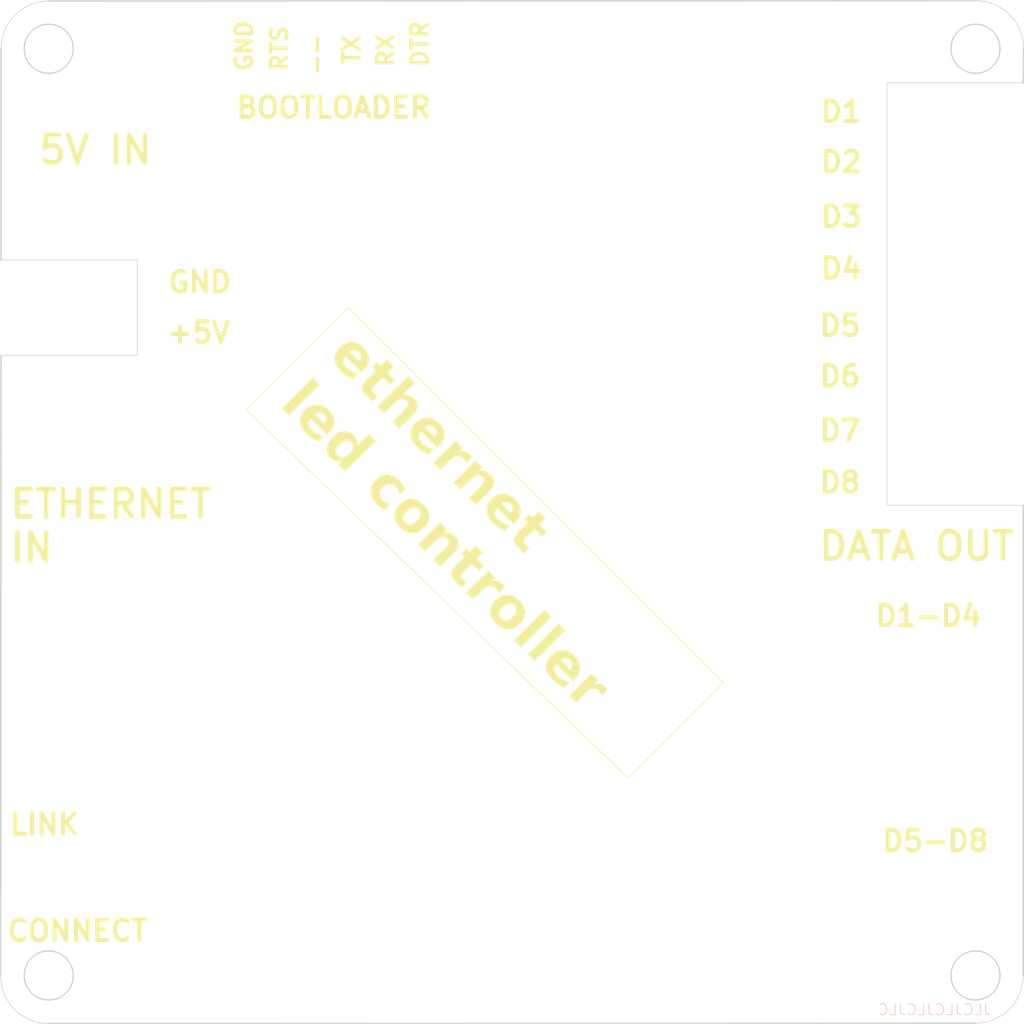
<source format=kicad_pcb>
(kicad_pcb (version 20221018) (generator pcbnew)

  (general
    (thickness 1.6)
  )

  (paper "A4")
  (layers
    (0 "F.Cu" signal)
    (31 "B.Cu" signal)
    (32 "B.Adhes" user "B.Adhesive")
    (33 "F.Adhes" user "F.Adhesive")
    (34 "B.Paste" user)
    (35 "F.Paste" user)
    (36 "B.SilkS" user "B.Silkscreen")
    (37 "F.SilkS" user "F.Silkscreen")
    (38 "B.Mask" user)
    (39 "F.Mask" user)
    (40 "Dwgs.User" user "User.Drawings")
    (41 "Cmts.User" user "User.Comments")
    (42 "Eco1.User" user "User.Eco1")
    (43 "Eco2.User" user "User.Eco2")
    (44 "Edge.Cuts" user)
    (45 "Margin" user)
    (46 "B.CrtYd" user "B.Courtyard")
    (47 "F.CrtYd" user "F.Courtyard")
    (48 "B.Fab" user)
    (49 "F.Fab" user)
    (50 "User.1" user)
    (51 "User.2" user)
    (52 "User.3" user)
    (53 "User.4" user)
    (54 "User.5" user)
    (55 "User.6" user)
    (56 "User.7" user)
    (57 "User.8" user)
    (58 "User.9" user)
  )

  (setup
    (pad_to_mask_clearance 0)
    (pcbplotparams
      (layerselection 0x00010fc_ffffffff)
      (plot_on_all_layers_selection 0x0000000_00000000)
      (disableapertmacros false)
      (usegerberextensions false)
      (usegerberattributes true)
      (usegerberadvancedattributes true)
      (creategerberjobfile true)
      (dashed_line_dash_ratio 12.000000)
      (dashed_line_gap_ratio 3.000000)
      (svgprecision 4)
      (plotframeref false)
      (viasonmask false)
      (mode 1)
      (useauxorigin false)
      (hpglpennumber 1)
      (hpglpenspeed 20)
      (hpglpendiameter 15.000000)
      (dxfpolygonmode true)
      (dxfimperialunits true)
      (dxfusepcbnewfont true)
      (psnegative false)
      (psa4output false)
      (plotreference true)
      (plotvalue true)
      (plotinvisibletext false)
      (sketchpadsonfab false)
      (subtractmaskfromsilk false)
      (outputformat 1)
      (mirror false)
      (drillshape 1)
      (scaleselection 1)
      (outputdirectory "")
    )
  )

  (net 0 "")

  (gr_line (start 57 57) (end 64.5 49.5)
    (stroke (width 0.05) (type default)) (layer "F.SilkS") (tstamp 3c290d70-ddbc-4933-98d8-61f095584414))
  (gr_line (start 85 84) (end 57 57)
    (stroke (width 0.05) (type default)) (layer "F.SilkS") (tstamp 553b5056-0cff-438c-99ee-f8736fd17859))
  (gr_line (start 92 77) (end 85 84)
    (stroke (width 0.05) (type default)) (layer "F.SilkS") (tstamp 7bcbf8e8-350c-4664-a939-b0db111714a6))
  (gr_line (start 64.5 49.5) (end 92 77)
    (stroke (width 0.05) (type default)) (layer "F.SilkS") (tstamp c971a5b9-59c6-428d-9940-5fd9dc87d596))
  (gr_line (start 38.974874 98.525126) (end 39 53)
    (stroke (width 0.1) (type default)) (layer "Edge.Cuts") (tstamp 0236efe1-766d-472e-b575-d675347e8304))
  (gr_line (start 49 46) (end 49 53)
    (stroke (width 0.05) (type default)) (layer "Edge.Cuts") (tstamp 24a06272-e742-4d7d-b0da-1548c7cf337b))
  (gr_line (start 114 33) (end 104 33)
    (stroke (width 0.05) (type default)) (layer "Edge.Cuts") (tstamp 300f1acb-76af-46fa-bc26-02433fb4eae2))
  (gr_line (start 110.5 102) (end 42.474874 102.025126)
    (stroke (width 0.1) (type default)) (layer "Edge.Cuts") (tstamp 360b4277-58b9-4041-808b-c2aad25f04ff))
  (gr_line (start 39 46) (end 49 46)
    (stroke (width 0.05) (type default)) (layer "Edge.Cuts") (tstamp 3db960b4-5dbd-4838-b4c9-91b19a5b2637))
  (gr_line (start 39 46) (end 39 30.5)
    (stroke (width 0.1) (type default)) (layer "Edge.Cuts") (tstamp 46db6322-ea7b-4008-ac35-0e7a8015fe00))
  (gr_arc (start 42.474874 102.025126) (mid 40 101) (end 38.974874 98.525126)
    (stroke (width 0.05) (type default)) (layer "Edge.Cuts") (tstamp 4904ced3-5dd1-4a1a-97a9-1bcaf527a0cd))
  (gr_line (start 114.025126 30.474874) (end 114 33)
    (stroke (width 0.1) (type default)) (layer "Edge.Cuts") (tstamp 54070160-28e4-4e20-9cf8-5545cf1331ed))
  (gr_line (start 104 33) (end 104 64)
    (stroke (width 0.05) (type default)) (layer "Edge.Cuts") (tstamp 63b2b968-0024-40c4-a085-8431fb39970d))
  (gr_circle (center 110.5 30.5) (end 112.3 30.5)
    (stroke (width 0.1) (type default)) (fill none) (layer "Edge.Cuts") (tstamp 6fdd4897-86c3-4cc2-9694-f8f7f13be8b3))
  (gr_arc (start 114 98.5) (mid 112.974874 100.974874) (end 110.5 102)
    (stroke (width 0.05) (type default)) (layer "Edge.Cuts") (tstamp 81036fbf-9820-4304-bea1-d57dfc836602))
  (gr_circle (center 42.5 30.5) (end 44.3 30.5)
    (stroke (width 0.1) (type default)) (fill none) (layer "Edge.Cuts") (tstamp 825c15e4-94fb-4c69-b7dd-f1121c45975f))
  (gr_arc (start 110.525126 26.974874) (mid 113 28) (end 114.025126 30.474874)
    (stroke (width 0.05) (type default)) (layer "Edge.Cuts") (tstamp 917a8d30-49c8-4d6f-becc-1c07fba67242))
  (gr_line (start 42.5 27) (end 110.525126 26.974874)
    (stroke (width 0.1) (type default)) (layer "Edge.Cuts") (tstamp a22d7c8c-2c61-474d-b97c-2d9bb410cc40))
  (gr_line (start 114 64) (end 114 98.5)
    (stroke (width 0.1) (type default)) (layer "Edge.Cuts") (tstamp c2bbe12d-2651-4219-a1c0-4bd7a4df4f5a))
  (gr_circle (center 110.5 98.5) (end 112.3 98.5)
    (stroke (width 0.1) (type default)) (fill none) (layer "Edge.Cuts") (tstamp c662fd66-3551-4311-9f48-45a3a5ae33d1))
  (gr_line (start 49 53) (end 39 53)
    (stroke (width 0.05) (type default)) (layer "Edge.Cuts") (tstamp d3178fa8-3a37-4ecf-b2b1-c9d3247a2e70))
  (gr_arc (start 39 30.5) (mid 40.025126 28.025126) (end 42.5 27)
    (stroke (width 0.05) (type default)) (layer "Edge.Cuts") (tstamp dea43443-e1cb-4ce5-8cdc-9b7fe35dea8e))
  (gr_line (start 104 64) (end 114 64)
    (stroke (width 0.05) (type default)) (layer "Edge.Cuts") (tstamp eaf7cdde-bb1f-4c35-b2f4-a1718d75c658))
  (gr_circle (center 42.5 98.5) (end 44.3 98.5)
    (stroke (width 0.1) (type default)) (fill none) (layer "Edge.Cuts") (tstamp f57459b2-6736-4f56-9c52-0f84806c3dd1))
  (gr_text "JLCJLCJLCJLC" (at 107.5 101) (layer "B.SilkS") (tstamp 1a1e692e-509b-4da1-ac90-59e67e290b1b)
    (effects (font (size 0.81 0.81) (thickness 0.04)) (justify mirror))
  )
  (gr_text "RX" (at 67.93 31.975 90) (layer "F.SilkS") (tstamp 02d94cb5-f13a-42be-8e93-59dc9e4311cb)
    (effects (font (size 1.2 1.2) (thickness 0.25) bold) (justify left bottom))
  )
  (gr_text "GND" (at 57.53 32.275 90) (layer "F.SilkS") (tstamp 055d8c74-86e3-4623-85eb-24844ad0dcd7)
    (effects (font (size 1.2 1.2) (thickness 0.25) bold) (justify left bottom))
  )
  (gr_text "LINK" (at 39.5 88.3) (layer "F.SilkS") (tstamp 092fb4d1-1f66-4491-ac8a-0c19bd68aa15)
    (effects (font (size 1.5 1.5) (thickness 0.3) bold) (justify left bottom))
  )
  (gr_text "DTR" (at 70.43 31.975 90) (layer "F.SilkS") (tstamp 1515a9d8-9c4f-4075-80e2-31f673939375)
    (effects (font (size 1.2 1.2) (thickness 0.25) bold) (justify left bottom))
  )
  (gr_text "D2" (at 99 39.7) (layer "F.SilkS") (tstamp 18f5f8ae-75f8-4cf6-b24f-2e37c57163d7)
    (effects (font (size 1.5 1.5) (thickness 0.3) bold) (justify left bottom))
  )
  (gr_text "DATA OUT" (at 113.5 67) (layer "F.SilkS") (tstamp 23af28ce-3dfc-4302-b85d-32209fae4180)
    (effects (font (size 2 2) (thickness 0.35) bold) (justify right))
  )
  (gr_text "ethernet \nled controller" (at 59 57 315) (layer "F.SilkS") (tstamp 2f21d1ed-bfc0-44c5-98f1-3bd204ea1cf0)
    (effects (font (face "Courier 10 Pitch") (size 3 3) (thickness 0.35) bold) (justify left bottom))
    (render_cache "ethernet \nled controller" 315
      (polygon
        (pts
          (xy 63.993318 53.004575)          (xy 64.92852 53.939777)          (xy 64.956169 53.966898)          (xy 64.982306 53.991284)
          (xy 65.007105 54.012857)          (xy 65.030743 54.03154)          (xy 65.064404 54.05398)          (xy 65.096437 54.069488)
          (xy 65.127433 54.077804)          (xy 65.157984 54.078671)          (xy 65.188682 54.07183)          (xy 65.220119 54.057022)
          (xy 65.252886 54.033987)          (xy 65.275762 54.013934)          (xy 65.287575 54.002469)          (xy 65.318579 53.969803)
          (xy 65.347653 53.935776)          (xy 65.374773 53.900458)          (xy 65.399916 53.863923)          (xy 65.423057 53.826241)
          (xy 65.444172 53.787483)          (xy 65.463239 53.747722)          (xy 65.480234 53.707029)          (xy 65.495132 53.665474)
          (xy 65.50791 53.623131)          (xy 65.518545 53.58007)          (xy 65.527012 53.536364)          (xy 65.533288 53.492082)
          (xy 65.53735 53.447298)          (xy 65.539172 53.402082)          (xy 65.538733 53.356506)          (xy 65.536007 53.310642)
          (xy 65.530972 53.264561)          (xy 65.523603 53.218334)          (xy 65.513877 53.172034)          (xy 65.50177 53.125731)
          (xy 65.487259 53.079498)          (xy 65.47032 53.033406)          (xy 65.450928 52.987525)          (xy 65.429061 52.941929)
          (xy 65.404694 52.896688)          (xy 65.377804 52.851874)          (xy 65.348367 52.807559)          (xy 65.31636 52.763813)
          (xy 65.281758 52.720709)          (xy 65.244538 52.678318)          (xy 65.204676 52.636711)          (xy 65.159178 52.59298)
          (xy 65.112974 52.552025)          (xy 65.066126 52.513836)          (xy 65.018698 52.478399)          (xy 64.97075 52.445703)
          (xy 64.922346 52.415734)          (xy 64.873549 52.388481)          (xy 64.824419 52.363931)          (xy 64.77502 52.342071)
          (xy 64.725414 52.322889)          (xy 64.675663 52.306373)          (xy 64.625829 52.292511)          (xy 64.575976 52.281289)
          (xy 64.526164 52.272695)          (xy 64.476457 52.266717)          (xy 64.426918 52.263343)          (xy 64.377607 52.26256)
          (xy 64.328588 52.264356)          (xy 64.279922 52.268718)          (xy 64.231673 52.275633)          (xy 64.183903 52.28509)
          (xy 64.136673 52.297076)          (xy 64.090047 52.311579)          (xy 64.044086 52.328586)          (xy 63.998852 52.348084)
          (xy 63.954409 52.370061)          (xy 63.910819 52.394506)          (xy 63.868143 52.421404)          (xy 63.826445 52.450745)
          (xy 63.785786 52.482515)          (xy 63.746229 52.516703)          (xy 63.707836 52.553295)          (xy 63.673044 52.589905)
          (xy 63.640568 52.627802)          (xy 63.61042 52.666918)          (xy 63.582616 52.707187)          (xy 63.557169 52.74854)
          (xy 63.534092 52.790911)          (xy 63.513401 52.834233)          (xy 63.495108 52.878438)          (xy 63.479228 52.923458)
          (xy 63.465774 52.969227)          (xy 63.454762 53.015678)          (xy 63.446203 53.062743)          (xy 63.440114 53.110354)
          (xy 63.436507 53.158445)          (xy 63.435396 53.206949)          (xy 63.436795 53.255797)          (xy 63.440719 53.304923)
          (xy 63.447181 53.35426)          (xy 63.456196 53.40374)          (xy 63.467776 53.453296)          (xy 63.481937 53.50286)
          (xy 63.498691 53.552367)          (xy 63.518054 53.601747)          (xy 63.540038 53.650934)          (xy 63.564659 53.699861)
          (xy 63.591929 53.748461)          (xy 63.621863 53.796665)          (xy 63.654474 53.844408)          (xy 63.689778 53.891621)
          (xy 63.727787 53.938237)          (xy 63.768515 53.98419)          (xy 63.811977 54.029411)          (xy 63.851803 54.068272)
          (xy 63.891681 54.105299)          (xy 63.931556 54.140497)          (xy 63.971375 54.173875)          (xy 64.011083 54.205439)
          (xy 64.050626 54.235198)          (xy 64.08995 54.263158)          (xy 64.129 54.289328)          (xy 64.167722 54.313714)
          (xy 64.206063 54.336323)          (xy 64.243966 54.357164)          (xy 64.281379 54.376244)          (xy 64.318247 54.39357)
          (xy 64.354516 54.409149)          (xy 64.390132 54.422989)          (xy 64.425039 54.435097)          (xy 64.459185 54.445481)
          (xy 64.492515 54.454147)          (xy 64.524974 54.461105)          (xy 64.556508 54.46636)          (xy 64.587063 54.46992)
          (xy 64.616584 54.471793)          (xy 64.672311 54.470507)          (xy 64.723253 54.46256)          (xy 64.768976 54.448011)
          (xy 64.809047 54.42692)          (xy 64.843031 54.399347)          (xy 64.863767 54.375844)          (xy 64.880235 54.351275)
          (xy 64.895586 54.317324)          (xy 64.903433 54.282603)          (xy 64.903823 54.247754)          (xy 64.896806 54.213421)
          (xy 64.882431 54.180248)          (xy 64.860745 54.148878)          (xy 64.847176 54.134071)          (xy 64.81207 54.107162)
          (xy 64.783308 54.09196)          (xy 64.750589 54.078144)          (xy 64.714195 54.065025)          (xy 64.674408 54.051913)
          (xy 64.631511 54.03812)          (xy 64.585787 54.022956)          (xy 64.537516 54.005732)          (xy 64.486983 53.985759)
          (xy 64.434468 53.962349)          (xy 64.407557 53.949139)          (xy 64.380255 53.934811)          (xy 64.3526 53.919279)
          (xy 64.324626 53.902456)          (xy 64.296369 53.884258)          (xy 64.267863 53.864596)          (xy 64.239145 53.843386)
          (xy 64.210248 53.820542)          (xy 64.18121 53.795976)          (xy 64.152065 53.769604)          (xy 64.122847 53.741338)
          (xy 64.100885 53.718798)          (xy 64.080073 53.696252)          (xy 64.060413 53.673698)          (xy 64.024549 53.628556)
          (xy 63.993297 53.58335)          (xy 63.966661 53.538061)          (xy 63.944644 53.492667)          (xy 63.92725 53.447148)
          (xy 63.914484 53.401484)          (xy 63.906348 53.355654)          (xy 63.902846 53.309637)          (xy 63.903983 53.263414)
          (xy 63.909763 53.216964)          (xy 63.920188 53.170266)          (xy 63.935263 53.123299)          (xy 63.954992 53.076044)
          (xy 63.979377 53.028479)
        )
          (pts
            (xy 64.219217 52.778676)            (xy 64.264248 52.754304)            (xy 64.308808 52.73404)            (xy 64.352915 52.717884)
            (xy 64.396583 52.70584)            (xy 64.43983 52.697909)            (xy 64.482671 52.694094)            (xy 64.525121 52.694397)
            (xy 64.567198 52.698821)            (xy 64.608916 52.707367)            (xy 64.650292 52.720038)            (xy 64.691341 52.736837)
            (xy 64.732081 52.757765)            (xy 64.772525 52.782824)            (xy 64.812691 52.812018)            (xy 64.852595 52.845348)
            (xy 64.892252 52.882817)            (xy 64.930883 52.92383)            (xy 64.965353 52.965402)            (xy 64.995643 53.007452)
            (xy 65.021732 53.049894)            (xy 65.043602 53.092646)            (xy 65.061233 53.135624)            (xy 65.074604 53.178745)
            (xy 65.083696 53.221925)            (xy 65.088489 53.265081)            (xy 65.088964 53.308129)            (xy 65.085101 53.350986)
            (xy 65.07688 53.393568)            (xy 65.064281 53.435791)            (xy 65.047284 53.477573)            (xy 65.025871 53.51883)
            (xy 65.00002 53.559478)
          )
      )
      (polygon
        (pts
          (xy 65.95232 54.21956)          (xy 66.089103 54.356343)          (xy 65.71554 54.729905)          (xy 65.693829 54.751617)
          (xy 65.682381 54.763065)          (xy 65.649896 54.795661)          (xy 65.618572 54.827476)          (xy 65.588513 54.858641)
          (xy 65.559822 54.889283)          (xy 65.532603 54.919534)          (xy 65.50696 54.949523)          (xy 65.482998 54.979381)
          (xy 65.460821 55.009235)          (xy 65.440531 55.039218)          (xy 65.422234 55.069458)          (xy 65.406033 55.100084)
          (xy 65.392033 55.131228)          (xy 65.380336 55.163018)          (xy 65.371048 55.195585)          (xy 65.364272 55.229057)
          (xy 65.360112 55.263566)          (xy 65.358644 55.297899)          (xy 65.359687 55.332862)          (xy 65.363249 55.368405)
          (xy 65.369341 55.404478)          (xy 65.37797 55.44103)          (xy 65.389146 55.478012)          (xy 65.402879 55.515374)
          (xy 65.419177 55.553064)          (xy 65.438049 55.591034)          (xy 65.459505 55.629234)          (xy 65.483554 55.667612)
          (xy 65.510204 55.706119)          (xy 65.539465 55.744706)          (xy 65.571346 55.783321)          (xy 65.605856 55.821915)
          (xy 65.643004 55.860437)          (xy 65.676957 55.893464)          (xy 65.71144 55.925214)          (xy 65.746374 55.955678)
          (xy 65.781678 55.984843)          (xy 65.817272 56.012701)          (xy 65.853077 56.03924)          (xy 65.889012 56.06445)
          (xy 65.924997 56.08832)          (xy 65.960953 56.11084)          (xy 65.996799 56.131999)          (xy 66.032456 56.151787)
          (xy 66.067843 56.170194)          (xy 66.10288 56.187208)          (xy 66.137488 56.202819)          (xy 66.171587 56.217017)
          (xy 66.205096 56.22979)          (xy 66.237936 56.24113)          (xy 66.270026 56.251024)          (xy 66.301288 56.259463)
          (xy 66.331639 56.266436)          (xy 66.361002 56.271932)          (xy 66.416439 56.278453)          (xy 66.466959 56.278942)
          (xy 66.511922 56.273313)          (xy 66.550689 56.261483)          (xy 66.58262 56.243368)          (xy 66.595821 56.231928)
          (xy 66.621661 56.20258)          (xy 66.642155 56.171953)          (xy 66.657449 56.140492)          (xy 66.667689 56.108639)
          (xy 66.673021 56.076837)          (xy 66.673592 56.045529)          (xy 66.669547 56.015159)          (xy 66.661031 55.98617)
          (xy 66.648192 55.959004)          (xy 66.631176 55.934106)          (xy 66.617582 55.918985)          (xy 66.592475 55.896833)
          (xy 66.56419 55.876902)          (xy 66.533049 55.858741)          (xy 66.499371 55.841899)          (xy 66.463477 55.825925)
          (xy 66.425687 55.810368)          (xy 66.386321 55.794778)          (xy 66.3457 55.778704)          (xy 66.304144 55.761695)
          (xy 66.261974 55.7433)          (xy 66.219509 55.723069)          (xy 66.177069 55.70055)          (xy 66.134976 55.675292)
          (xy 66.093549 55.646846)          (xy 66.053109 55.614759)          (xy 66.013976 55.578582)          (xy 65.984094 55.546722)
          (xy 65.959092 55.515738)          (xy 65.93888 55.485473)          (xy 65.92337 55.455772)          (xy 65.912475 55.426477)
          (xy 65.906106 55.397433)          (xy 65.904848 55.353994)          (xy 65.90941 55.324892)          (xy 65.91819 55.295493)
          (xy 65.931101 55.265641)          (xy 65.948054 55.23518)          (xy 65.968961 55.203953)          (xy 65.993735 55.171804)
          (xy 66.022286 55.138576)          (xy 66.054528 55.104113)          (xy 66.072005 55.08637)          (xy 66.445567 54.712808)
          (xy 66.88804 55.15528)          (xy 66.910642 55.17695)          (xy 66.93283 55.196256)          (xy 66.965465 55.220627)
          (xy 66.997501 55.239284)          (xy 67.029137 55.251992)          (xy 67.060573 55.258515)          (xy 67.092009 55.258617)
          (xy 67.123645 55.252062)          (xy 67.15568 55.238615)          (xy 67.188315 55.218041)          (xy 67.221749 55.190103)
          (xy 67.233106 55.179113)          (xy 67.254206 55.156545)          (xy 67.279494 55.123569)          (xy 67.297385 55.091438)
          (xy 67.308144 55.059922)          (xy 67.312039 55.02879)          (xy 67.309335 54.997811)          (xy 67.300299 54.966756)
          (xy 67.285198 54.935393)          (xy 67.264297 54.903493)          (xy 67.237864 54.870824)          (xy 67.217299 54.848504)
          (xy 67.206164 54.837156)          (xy 66.763691 54.394684)          (xy 67.102022 54.056353)          (xy 67.124102 54.033205)
          (xy 67.143483 54.010529)          (xy 67.167377 53.977207)          (xy 67.184903 53.944455)          (xy 67.195883 53.911978)
          (xy 67.200141 53.879481)          (xy 67.1975 53.846669)          (xy 67.187783 53.81325)          (xy 67.170814 53.778926)
          (xy 67.146415 53.743405)          (xy 67.125935 53.718913)          (xy 67.102022 53.693671)          (xy 67.070125 53.66497)
          (xy 67.037936 53.641934)          (xy 67.005848 53.6243)          (xy 66.974253 53.611803)          (xy 66.943542 53.60418)
          (xy 66.914108 53.601167)          (xy 66.877525 53.603864)          (xy 66.844837 53.613662)          (xy 66.816973 53.629935)
          (xy 66.805141 53.640305)          (xy 66.78263 53.662815)          (xy 66.761013 53.684433)          (xy 66.745557 53.699888)
          (xy 66.407227 54.038219)          (xy 66.270444 53.901436)          (xy 66.247917 53.879771)          (xy 66.215138 53.85175)
          (xy 66.183335 53.829304)          (xy 66.152243 53.812664)          (xy 66.121595 53.802061)          (xy 66.091125 53.797725)
          (xy 66.060566 53.799887)          (xy 66.029651 53.808777)          (xy 65.998115 53.824625)          (xy 65.965692 53.847663)
          (xy 65.943451 53.867129)          (xy 65.932113 53.878121)          (xy 65.910937 53.900682)          (xy 65.885283 53.933631)
          (xy 65.866782 53.965715)          (xy 65.855234 53.997171)          (xy 65.850441 54.028233)          (xy 65.852201 54.059139)
          (xy 65.860315 54.090124)          (xy 65.874584 54.121422)          (xy 65.894808 54.153271)          (xy 65.920786 54.185905)
          (xy 65.941204 54.208214)
        )
      )
      (polygon
        (pts
          (xy 68.317525 57.833428)          (xy 68.846523 57.30443)          (xy 68.877415 57.27248)          (xy 68.906271 57.240463)
          (xy 68.933102 57.208392)          (xy 68.957918 57.176279)          (xy 68.980731 57.144137)          (xy 69.001552 57.111977)
          (xy 69.020389 57.079812)          (xy 69.037255 57.047655)          (xy 69.05216 57.015517)          (xy 69.065114 56.983411)
          (xy 69.076128 56.95135)          (xy 69.085213 56.919346)          (xy 69.09238 56.88741)          (xy 69.097638 56.855556)
          (xy 69.100999 56.823796)          (xy 69.102473 56.792142)          (xy 69.102071 56.760606)          (xy 69.099804 56.729201)
          (xy 69.095681 56.697939)          (xy 69.089714 56.666832)          (xy 69.081914 56.635894)          (xy 69.072291 56.605135)
          (xy 69.060855 56.574568)          (xy 69.047617 56.544207)          (xy 69.032589 56.514062)          (xy 69.015779 56.484147)
          (xy 68.9972 56.454473)          (xy 68.976862 56.425054)          (xy 68.954775 56.395901)          (xy 68.93095 56.367026)
          (xy 68.905397 56.338443)          (xy 68.878128 56.310163)          (xy 68.846279 56.27978)          (xy 68.814079 56.251965)
          (xy 68.781544 56.226714)          (xy 68.748688 56.204022)          (xy 68.715525 56.183883)          (xy 68.68207 56.166292)
          (xy 68.648338 56.151243)          (xy 68.614342 56.138731)          (xy 68.580097 56.128752)          (xy 68.545617 56.121298)
          (xy 68.510918 56.116367)          (xy 68.476013 56.113951)          (xy 68.440916 56.114045)          (xy 68.405643 56.116645)
          (xy 68.370207 56.121746)          (xy 68.334623 56.12934)          (xy 68.951183 55.512781)          (xy 68.974917 55.487265)
          (xy 68.995812 55.458316)          (xy 69.007736 55.426172)          (xy 69.004968 55.394733)          (xy 68.991172 55.367444)
          (xy 68.97246 55.343961)          (xy 68.960509 55.33144)          (xy 68.686943 55.057874)          (xy 68.664381 55.036244)
          (xy 68.631433 55.008392)          (xy 68.599349 54.986228)          (xy 68.567893 54.969952)          (xy 68.53683 54.959764)
          (xy 68.505924 54.955863)          (xy 68.47494 54.95845)          (xy 68.443641 54.967724)          (xy 68.411793 54.983885)
          (xy 68.379159 55.007133)          (xy 68.35685 55.026667)          (xy 68.345504 55.037667)          (xy 68.318883 55.067098)
          (xy 68.297621 55.096773)          (xy 68.281748 55.126635)          (xy 68.271295 55.15663)          (xy 68.266294 55.186699)
          (xy 68.266774 55.216787)          (xy 68.272766 55.246838)          (xy 68.284301 55.276794)          (xy 68.30141 55.306601)
          (xy 68.324124 55.336201)          (xy 68.342395 55.355791)          (xy 68.36331 55.376706)          (xy 68.36571 55.379106)
          (xy 67.114457 56.63036)          (xy 67.093419 56.609321)          (xy 67.091142 56.607045)          (xy 67.061788 56.580501)
          (xy 67.032323 56.559449)          (xy 67.002773 56.543888)          (xy 66.973163 56.53382)          (xy 66.943519 56.529243)
          (xy 66.913866 56.530159)          (xy 66.88423 56.536566)          (xy 66.854637 56.548465)          (xy 66.825113 56.565856)
          (xy 66.795682 56.588738)          (xy 66.776126 56.607045)          (xy 66.754956 56.629601)          (xy 66.72933 56.662521)
          (xy 66.710876 56.694558)          (xy 66.699389 56.725953)          (xy 66.694664 56.756947)          (xy 66.696497 56.78778)
          (xy 66.704683 56.818693)          (xy 66.719016 56.849928)          (xy 66.739291 56.881724)          (xy 66.765305 56.914323)
          (xy 66.785733 56.936621)          (xy 66.796851 56.947966)          (xy 67.156424 57.307539)          (xy 67.178986 57.32918)
          (xy 67.211934 57.357089)          (xy 67.244019 57.379347)          (xy 67.275474 57.395744)          (xy 67.306537 57.406071)
          (xy 67.337443 57.410116)          (xy 67.368427 57.407671)          (xy 67.399726 57.398525)          (xy 67.431575 57.382469)
          (xy 67.464209 57.359291)          (xy 67.486517 57.339779)          (xy 67.497864 57.328782)          (xy 67.524408 57.299428)
          (xy 67.54546 57.269963)          (xy 67.56102 57.240413)          (xy 67.571088 57.210803)          (xy 67.575665 57.181159)
          (xy 67.57475 57.151506)          (xy 67.568342 57.121871)          (xy 67.556443 57.092278)          (xy 67.539053 57.062753)
          (xy 67.51617 57.033322)          (xy 67.497864 57.013767)          (xy 67.476505 56.992408)          (xy 67.47403 56.989933)
          (xy 67.88697 56.576994)          (xy 67.925272 56.54196)          (xy 67.964804 56.511951)          (xy 68.005287 56.486819)
          (xy 68.046445 56.466416)          (xy 68.088 56.450594)          (xy 68.129676 56.439206)          (xy 68.171196 56.432102)
          (xy 68.212283 56.429136)          (xy 68.252659 56.430159)          (xy 68.292048 56.435022)          (xy 68.330172 56.443579)
          (xy 68.366755 56.455681)          (xy 68.401519 56.471181)          (xy 68.434188 56.489929)          (xy 68.464484 56.511778)
          (xy 68.492131 56.536581)          (xy 68.519999 56.567031)          (xy 68.542492 56.597256)          (xy 68.559751 56.62737)
          (xy 68.571913 56.657488)          (xy 68.579117 56.687724)          (xy 68.581503 56.718194)          (xy 68.579209 56.749011)
          (xy 68.572374 56.78029)          (xy 68.561137 56.812146)          (xy 68.545638 56.844693)          (xy 68.526014 56.878047)
          (xy 68.502404 56.912321)          (xy 68.474948 56.94763)          (xy 68.443785 56.984089)          (xy 68.409053 57.021813)
          (xy 68.370891 57.060915)          (xy 67.957952 57.473855)          (xy 67.936914 57.452816)          (xy 67.934637 57.45054)
          (xy 67.905283 57.423996)          (xy 67.875818 57.402944)          (xy 67.846268 57.387383)          (xy 67.816658 57.377315)
          (xy 67.787014 57.372738)          (xy 67.757361 57.373654)          (xy 67.727725 57.380061)          (xy 67.698132 57.39196)
          (xy 67.668608 57.409351)          (xy 67.639177 57.432233)          (xy 67.619621 57.45054)          (xy 67.598451 57.473096)
          (xy 67.572825 57.506016)          (xy 67.554371 57.538053)          (xy 67.542884 57.569448)          (xy 67.538159 57.600442)
          (xy 67.539992 57.631275)          (xy 67.548178 57.662188)          (xy 67.562511 57.693423)          (xy 67.582786 57.725219)
          (xy 67.6088 57.757818)          (xy 67.629228 57.780116)          (xy 67.640346 57.791461)          (xy 67.999919 58.151034)
          (xy 68.022481 58.172675)          (xy 68.055429 58.200584)          (xy 68.087514 58.222842)          (xy 68.118969 58.239239)
          (xy 68.150032 58.249566)          (xy 68.180938 58.253611)          (xy 68.211922 58.251166)          (xy 68.243221 58.24202)
          (xy 68.27507 58.225964)          (xy 68.307704 58.202786)          (xy 68.330012 58.183274)          (xy 68.341359 58.172277)
          (xy 68.367903 58.142923)          (xy 68.388955 58.113458)          (xy 68.404515 58.083908)          (xy 68.414583 58.054298)
          (xy 68.41916 58.024654)          (xy 68.418244 57.995001)          (xy 68.411837 57.965366)          (xy 68.399938 57.935773)
          (xy 68.382548 57.906248)          (xy 68.359665 57.876817)          (xy 68.341359 57.857262)          (xy 68.320013 57.835916)
        )
      )
      (polygon
        (pts
          (xy 69.352724 58.36398)          (xy 70.287925 59.299182)          (xy 70.315575 59.326304)          (xy 70.341712 59.350689)
          (xy 70.366511 59.372262)          (xy 70.390148 59.390946)          (xy 70.423809 59.413386)          (xy 70.455842 59.428893)
          (xy 70.486838 59.43721)          (xy 70.51739 59.438077)          (xy 70.548088 59.431236)          (xy 70.579525 59.416427)
          (xy 70.612292 59.393393)          (xy 70.635168 59.373339)          (xy 70.646981 59.361874)          (xy 70.677985 59.329208)
          (xy 70.707059 59.295181)          (xy 70.734179 59.259864)          (xy 70.759321 59.223329)          (xy 70.782462 59.185646)
          (xy 70.803578 59.146889)          (xy 70.822645 59.107128)          (xy 70.839639 59.066434)          (xy 70.854538 59.02488)
          (xy 70.867316 58.982537)          (xy 70.877951 58.939476)          (xy 70.886418 58.895769)          (xy 70.892694 58.851488)
          (xy 70.896755 58.806703)          (xy 70.898578 58.761487)          (xy 70.898138 58.715912)          (xy 70.895413 58.670047)
          (xy 70.890377 58.623966)          (xy 70.883009 58.57774)          (xy 70.873283 58.53144)          (xy 70.861176 58.485137)
          (xy 70.846665 58.438904)          (xy 70.829725 58.392811)          (xy 70.810333 58.346931)          (xy 70.788466 58.301335)
          (xy 70.764099 58.256094)          (xy 70.737209 58.21128)          (xy 70.707773 58.166964)          (xy 70.675765 58.123219)
          (xy 70.641163 58.080115)          (xy 70.603944 58.037724)          (xy 70.564082 57.996117)          (xy 70.518584 57.952385)
          (xy 70.472379 57.911431)          (xy 70.425532 57.873242)          (xy 70.378103 57.837805)          (xy 70.330156 57.805108)
          (xy 70.281752 57.77514)          (xy 70.232954 57.747887)          (xy 70.183824 57.723336)          (xy 70.134425 57.701477)
          (xy 70.084819 57.682295)          (xy 70.035068 57.665779)          (xy 69.985235 57.651916)          (xy 69.935381 57.640694)
          (xy 69.88557 57.632101)          (xy 69.835863 57.626123)          (xy 69.786323 57.622749)          (xy 69.737012 57.621966)
          (xy 69.687993 57.623761)          (xy 69.639328 57.628123)          (xy 69.591079 57.635039)          (xy 69.543308 57.644496)
          (xy 69.496079 57.656482)          (xy 69.449452 57.670984)          (xy 69.403491 57.687991)          (xy 69.358258 57.707489)
          (xy 69.313815 57.729467)          (xy 69.270224 57.753911)          (xy 69.227549 57.78081)          (xy 69.18585 57.810151)
          (xy 69.145191 57.841921)          (xy 69.105634 57.876108)          (xy 69.067241 57.9127)          (xy 69.03245 57.94931)
          (xy 68.999973 57.987207)          (xy 68.969826 58.026324)          (xy 68.942022 58.066592)          (xy 68.916574 58.107946)
          (xy 68.893498 58.150317)          (xy 68.872806 58.193638)          (xy 68.854513 58.237843)          (xy 68.838633 58.282864)
          (xy 68.82518 58.328633)          (xy 68.814167 58.375083)          (xy 68.805609 58.422148)          (xy 68.799519 58.46976)
          (xy 68.795912 58.517851)          (xy 68.794801 58.566354)          (xy 68.796201 58.615202)          (xy 68.800125 58.664329)
          (xy 68.806587 58.713665)          (xy 68.815601 58.763145)          (xy 68.827182 58.812701)          (xy 68.841342 58.862266)
          (xy 68.858097 58.911772)          (xy 68.877459 58.961153)          (xy 68.899444 59.01034)          (xy 68.924064 59.059267)
          (xy 68.951334 59.107866)          (xy 68.981268 59.156071)          (xy 69.01388 59.203813)          (xy 69.049183 59.251026)
          (xy 69.087192 59.297643)          (xy 69.127921 59.343595)          (xy 69.171383 59.388816)          (xy 69.211208 59.427678)
          (xy 69.251086 59.464704)          (xy 69.290962 59.499902)          (xy 69.330781 59.53328)          (xy 69.370489 59.564845)
          (xy 69.410032 59.594603)          (xy 69.449356 59.622564)          (xy 69.488406 59.648733)          (xy 69.527128 59.673119)
          (xy 69.565468 59.695729)          (xy 69.603372 59.71657)          (xy 69.640785 59.735649)          (xy 69.677653 59.752975)
          (xy 69.713922 59.768554)          (xy 69.749537 59.782394)          (xy 69.784445 59.794502)          (xy 69.818591 59.804886)
          (xy 69.85192 59.813553)          (xy 69.884379 59.82051)          (xy 69.915913 59.825765)          (xy 69.946468 59.829326)
          (xy 69.97599 59.831199)          (xy 70.031716 59.829912)          (xy 70.082658 59.821965)          (xy 70.128382 59.807417)
          (xy 70.168452 59.786326)          (xy 70.202436 59.758752)          (xy 70.223173 59.73525)          (xy 70.23964 59.71068)
          (xy 70.254992 59.67673)          (xy 70.262838 59.642009)          (xy 70.263229 59.60716)          (xy 70.256212 59.572827)
          (xy 70.241836 59.539654)          (xy 70.22015 59.508284)          (xy 70.206581 59.493476)          (xy 70.171476 59.466567)
          (xy 70.142714 59.451365)          (xy 70.109994 59.437549)          (xy 70.0736 59.42443)          (xy 70.033814 59.411319)
          (xy 69.990917 59.397525)          (xy 69.945192 59.382361)          (xy 69.896922 59.365138)          (xy 69.846388 59.345165)
          (xy 69.793874 59.321754)          (xy 69.766962 59.308544)          (xy 69.739661 59.294216)          (xy 69.712006 59.278684)
          (xy 69.684032 59.261862)          (xy 69.655774 59.243663)          (xy 69.627269 59.224002)          (xy 69.59855 59.202792)
          (xy 69.569654 59.179947)          (xy 69.540616 59.155382)          (xy 69.51147 59.129009)          (xy 69.482253 59.100743)
          (xy 69.46029 59.078203)          (xy 69.439479 59.055657)          (xy 69.419819 59.033104)          (xy 69.383955 58.987961)
          (xy 69.352703 58.942756)          (xy 69.326066 58.897466)          (xy 69.30405 58.852072)          (xy 69.286656 58.806553)
          (xy 69.273889 58.760889)          (xy 69.265753 58.715059)          (xy 69.262252 58.669043)          (xy 69.263389 58.62282)
          (xy 69.269168 58.57637)          (xy 69.279593 58.529671)          (xy 69.294669 58.482705)          (xy 69.314397 58.43545)
          (xy 69.338783 58.387885)
        )
          (pts
            (xy 69.578623 58.138081)            (xy 69.623653 58.11371)            (xy 69.668214 58.093445)            (xy 69.71232 58.07729)
            (xy 69.755989 58.065245)            (xy 69.799236 58.057314)            (xy 69.842076 58.0535)            (xy 69.884527 58.053803)
            (xy 69.926603 58.058226)            (xy 69.968322 58.066773)            (xy 70.009698 58.079444)            (xy 70.050747 58.096242)
            (xy 70.091486 58.11717)            (xy 70.131931 58.14223)            (xy 70.172097 58.171424)            (xy 70.212 58.204754)
            (xy 70.251657 58.242223)            (xy 70.290288 58.283235)            (xy 70.324758 58.324808)            (xy 70.355048 58.366857)
            (xy 70.381138 58.409299)            (xy 70.403008 58.452051)            (xy 70.420638 58.49503)            (xy 70.43401 58.538151)
            (xy 70.443102 58.581331)            (xy 70.447895 58.624486)            (xy 70.44837 58.667534)            (xy 70.444506 58.710391)
            (xy 70.436285 58.752973)            (xy 70.423686 58.795197)            (xy 70.40669 58.836979)            (xy 70.385276 58.878236)
            (xy 70.359426 58.918884)
          )
      )
      (polygon
        (pts
          (xy 71.216392 60.732295)          (xy 71.695132 60.253554)          (xy 71.726538 60.253105)          (xy 71.757221 60.252925)
          (xy 71.787182 60.253014)          (xy 71.844936 60.254007)          (xy 71.8998 60.256095)          (xy 71.951773 60.259289)
          (xy 72.000857 60.2636)          (xy 72.04705 60.269038)          (xy 72.090353 60.275613)          (xy 72.130767 60.283337)
          (xy 72.16829 60.292219)          (xy 72.202923 60.302271)          (xy 72.234665 60.313504)          (xy 72.263518 60.325927)
          (xy 72.289481 60.339551)          (xy 72.323005 60.362264)          (xy 72.341743 60.378939)          (xy 72.361966 60.403952)
          (xy 72.378227 60.433306)          (xy 72.391675 60.466233)          (xy 72.403455 60.501963)          (xy 72.414717 60.539729)
          (xy 72.426607 60.578762)          (xy 72.440272 60.618294)          (xy 72.456862 60.657556)          (xy 72.477522 60.69578)
          (xy 72.494124 60.720306)          (xy 72.513386 60.743802)          (xy 72.52412 60.755092)          (xy 72.546912 60.776002)
          (xy 72.570696 60.794234)          (xy 72.607901 60.816549)          (xy 72.646491 60.832804)          (xy 72.685959 60.842981)
          (xy 72.725797 60.847058)          (xy 72.765499 60.845014)          (xy 72.804557 60.83683)          (xy 72.842464 60.822484)
          (xy 72.878712 60.801957)          (xy 72.912796 60.775228)          (xy 72.923588 60.764936)          (xy 72.947917 60.737987)
          (xy 72.968608 60.709487)          (xy 72.98562 60.679564)          (xy 72.99891 60.648343)          (xy 73.008435 60.615951)
          (xy 73.014154 60.582512)          (xy 73.016023 60.548154)          (xy 73.014 60.513001)          (xy 73.008042 60.477181)
          (xy 72.998108 60.440819)          (xy 72.984154 60.404041)          (xy 72.966139 60.366973)          (xy 72.944019 60.329742)
          (xy 72.917751 60.292472)          (xy 72.887295 60.25529)          (xy 72.852606 60.218322)          (xy 72.831059 60.197386)
          (xy 72.80925 60.177408)          (xy 72.764771 60.140261)          (xy 72.719033 60.10675)          (xy 72.671897 60.076747)
          (xy 72.623224 60.050119)          (xy 72.572878 60.026736)          (xy 72.520718 60.006468)          (xy 72.466609 59.989185)
          (xy 72.410411 59.974755)          (xy 72.381485 59.968569)          (xy 72.351985 59.963048)          (xy 72.321895 59.958175)
          (xy 72.291196 59.953934)          (xy 72.25987 59.950309)          (xy 72.227902 59.947282)          (xy 72.195274 59.944839)
          (xy 72.161968 59.942962)          (xy 72.127968 59.941635)          (xy 72.093255 59.940842)          (xy 72.057813 59.940567)
          (xy 72.021624 59.940793)          (xy 71.984671 59.941504)          (xy 71.946937 59.942684)          (xy 72.16092 59.728701)
          (xy 72.1637 59.697067)          (xy 72.153947 59.668531)          (xy 72.13746 59.640357)          (xy 72.117082 59.615574)
          (xy 72.112217 59.610571)          (xy 71.803419 59.301773)          (xy 71.780886 59.280102)          (xy 71.748079 59.252053)
          (xy 71.716229 59.22956)          (xy 71.685077 59.21286)          (xy 71.654359 59.202187)          (xy 71.623817 59.197779)
          (xy 71.593186 59.19987)          (xy 71.562208 59.208695)          (xy 71.53062 59.224492)          (xy 71.498161 59.247495)
          (xy 71.475909 59.26695)          (xy 71.46457 59.277939)          (xy 71.4434 59.300507)          (xy 71.417774 59.333483)
          (xy 71.39932 59.365614)          (xy 71.387833 59.397131)          (xy 71.383108 59.428263)          (xy 71.384941 59.459241)
          (xy 71.393126 59.490297)          (xy 71.407459 59.521659)          (xy 71.427735 59.55356)          (xy 71.453748 59.586229)
          (xy 71.474177 59.608549)          (xy 71.485295 59.619897)          (xy 71.547469 59.682071)          (xy 70.856818 60.372721)
          (xy 70.746977 60.26288)          (xy 70.724416 60.241181)          (xy 70.702342 60.221793)          (xy 70.669996 60.197216)
          (xy 70.638357 60.178275)          (xy 70.60719 60.165233)          (xy 70.576258 60.15835)          (xy 70.545326 60.157888)
          (xy 70.514158 60.164108)          (xy 70.482519 60.177272)          (xy 70.450173 60.19764)          (xy 70.416885 60.225474)
          (xy 70.405538 60.236456)          (xy 70.384403 60.259047)          (xy 70.358946 60.292136)          (xy 70.340773 60.324455)
          (xy 70.32965 60.356214)          (xy 70.325341 60.387623)          (xy 70.327609 60.418892)          (xy 70.33622 60.45023)
          (xy 70.350937 60.481849)          (xy 70.371525 60.513958)          (xy 70.397748 60.546767)          (xy 70.418245 60.569132)
          (xy 70.429372 60.580486)          (xy 71.240225 61.39134)          (xy 71.262787 61.412981)          (xy 71.295735 61.44089)
          (xy 71.327819 61.463148)          (xy 71.359275 61.479545)          (xy 71.390338 61.489871)          (xy 71.421244 61.493917)
          (xy 71.452228 61.491472)          (xy 71.483527 61.482326)          (xy 71.515375 61.466269)          (xy 71.548009 61.443091)
          (xy 71.570318 61.42358)          (xy 71.581664 61.412583)          (xy 71.602799 61.39005)          (xy 71.628257 61.357243)
          (xy 71.646429 61.325393)          (xy 71.657552 61.294241)          (xy 71.661862 61.263524)          (xy 71.659593 61.232981)
          (xy 71.650983 61.20235)          (xy 71.636266 61.171372)          (xy 71.615678 61.139784)          (xy 71.589454 61.107325)
          (xy 71.568957 61.085073)          (xy 71.557831 61.073734)
        )
      )
      (polygon
        (pts
          (xy 73.68004 63.189725)          (xy 74.153599 62.716166)          (xy 74.187797 62.681113)          (xy 74.220053 62.646288)
          (xy 74.250361 62.611688)          (xy 74.278717 62.577307)          (xy 74.305115 62.543145)          (xy 74.329551 62.509196)
          (xy 74.352018 62.475458)          (xy 74.372511 62.441928)          (xy 74.391027 62.408602)          (xy 74.407558 62.375477)
          (xy 74.4221 62.342549)          (xy 74.434648 62.309815)          (xy 74.445197 62.277272)          (xy 74.45374 62.244917)
          (xy 74.460274 62.212746)          (xy 74.464793 62.180756)          (xy 74.467291 62.148944)          (xy 74.467764 62.117306)
          (xy 74.466206 62.085839)          (xy 74.462612 62.054539)          (xy 74.456977 62.023404)          (xy 74.449295 61.99243)
          (xy 74.439562 61.961613)          (xy 74.427772 61.930951)          (xy 74.41392 61.90044)          (xy 74.398 61.870076)
          (xy 74.380008 61.839857)          (xy 74.359938 61.809779)          (xy 74.337785 61.779839)          (xy 74.313544 61.750033)
          (xy 74.28721 61.720359)          (xy 74.258777 61.690812)          (xy 74.223948 61.657657)          (xy 74.188625 61.627351)
          (xy 74.1528 61.599876)          (xy 74.116464 61.575215)          (xy 74.079609 61.553349)          (xy 74.042227 61.534262)
          (xy 74.004309 61.517936)          (xy 73.965846 61.504354)          (xy 73.926831 61.493498)          (xy 73.887255 61.485351)
          (xy 73.84711 61.479895)          (xy 73.806387 61.477113)          (xy 73.765079 61.476987)          (xy 73.723176 61.4795)
          (xy 73.68067 61.484634)          (xy 73.637554 61.492373)          (xy 73.750504 61.379423)          (xy 73.769061 61.355148)
          (xy 73.778368 61.324532)          (xy 73.773854 61.291662)          (xy 73.758566 61.261866)          (xy 73.737508 61.236001)
          (xy 73.732369 61.230723)          (xy 73.485746 60.9841)          (xy 73.463184 60.96247)          (xy 73.430236 60.934618)
          (xy 73.398151 60.912454)          (xy 73.366696 60.896178)          (xy 73.335633 60.88599)          (xy 73.304727 60.882089)
          (xy 73.273743 60.884676)          (xy 73.242444 60.89395)          (xy 73.210595 60.910111)          (xy 73.177961 60.933359)
          (xy 73.155653 60.952893)          (xy 73.144306 60.963893)          (xy 73.117762 60.993246)          (xy 73.096707 61.022708)
          (xy 73.081139 61.05225)          (xy 73.071054 61.081845)          (xy 73.066452 61.111463)          (xy 73.067328 61.141077)
          (xy 73.073681 61.170658)          (xy 73.085508 61.200179)          (xy 73.102806 61.229611)          (xy 73.125573 61.258926)
          (xy 73.143788 61.27839)          (xy 73.165146 61.299749)          (xy 73.167622 61.302224)          (xy 72.48008 61.989765)
          (xy 72.462464 61.972149)          (xy 72.431638 61.944163)          (xy 72.400938 61.921976)          (xy 72.370354 61.905568)
          (xy 72.339877 61.894918)          (xy 72.309494 61.890005)          (xy 72.279198 61.89081)          (xy 72.248976 61.897312)
          (xy 72.218819 61.90949)          (xy 72.188717 61.927323)          (xy 72.158659 61.950792)          (xy 72.138641 61.969559)
          (xy 72.117949 61.991568)          (xy 72.09269 62.023805)          (xy 72.074264 62.055323)          (xy 72.062561 62.086363)
          (xy 72.057466 62.117166)          (xy 72.058866 62.147972)          (xy 72.066651 62.179022)          (xy 72.080705 62.210557)
          (xy 72.100918 62.242818)          (xy 72.127175 62.276045)          (xy 72.147983 62.298853)          (xy 72.159365 62.31048)
          (xy 72.518939 62.670053)          (xy 72.542047 62.692173)          (xy 72.564594 62.711683)          (xy 72.597513 62.735979)
          (xy 72.629562 62.754208)          (xy 72.660976 62.766252)          (xy 72.69199 62.771993)          (xy 72.72284 62.771313)
          (xy 72.753762 62.764094)          (xy 72.784991 62.750219)          (xy 72.816763 62.72957)          (xy 72.849314 62.702029)
          (xy 72.860378 62.691296)          (xy 72.88758 62.66125)          (xy 72.909137 62.631143)          (xy 72.925036 62.600972)
          (xy 72.93526 62.570731)          (xy 72.939794 62.540414)          (xy 72.938623 62.510018)          (xy 72.931731 62.479536)
          (xy 72.919103 62.448963)          (xy 72.900724 62.418295)          (xy 72.876578 62.387526)          (xy 72.857269 62.366955)
          (xy 72.839653 62.349339)          (xy 73.25052 61.938472)          (xy 73.288312 61.903489)          (xy 73.326766 61.873281)
          (xy 73.365707 61.847753)          (xy 73.40496 61.826809)          (xy 73.444349 61.810356)          (xy 73.4837 61.798298)
          (xy 73.522837 61.79054)          (xy 73.561585 61.786987)          (xy 73.599768 61.787545)          (xy 73.637211 61.792119)
          (xy 73.673739 61.800613)          (xy 73.709176 61.812934)          (xy 73.743347 61.828985)          (xy 73.776076 61.848673)
          (xy 73.80719 61.871901)          (xy 73.836511 61.898577)          (xy 73.865027 61.929614)          (xy 73.888289 61.960422)
          (xy 73.906426 61.991101)          (xy 73.919564 62.021751)          (xy 73.927829 62.052471)          (xy 73.931348 62.083359)
          (xy 73.930248 62.114517)          (xy 73.924656 62.146043)          (xy 73.914698 62.178036)          (xy 73.900502 62.210596)
          (xy 73.882193 62.243822)          (xy 73.859899 62.277814)          (xy 73.833747 62.312672)          (xy 73.803863 62.348494)
          (xy 73.770373 62.38538)          (xy 73.733406 62.42343)          (xy 73.323575 62.83326)          (xy 73.305959 62.815644)
          (xy 73.275056 62.787581)          (xy 73.244146 62.765184)          (xy 73.21325 62.748463)          (xy 73.182388 62.737429)
          (xy 73.151581 62.732091)          (xy 73.120848 62.732461)          (xy 73.090212 62.738547)          (xy 73.059691 62.750362)
          (xy 73.029307 62.767914)          (xy 72.999081 62.791213)          (xy 72.979027 62.809945)          (xy 72.95837 62.83199)
          (xy 72.93328 62.864396)          (xy 72.915137 62.896195)          (xy 72.903797 62.927599)          (xy 72.899116 62.958817)
          (xy 72.900953 62.990058)          (xy 72.909162 63.021533)          (xy 72.923601 63.053453)          (xy 72.944126 63.086026)
          (xy 72.970593 63.119463)          (xy 72.991469 63.142339)          (xy 73.00286 63.153975)          (xy 73.359325 63.51044)
          (xy 73.382433 63.532559)          (xy 73.40498 63.552069)          (xy 73.4379 63.576366)          (xy 73.469949 63.594595)
          (xy 73.501362 63.606638)          (xy 73.532376 63.612379)          (xy 73.563226 63.611699)          (xy 73.594148 63.604481)
          (xy 73.625377 63.590606)          (xy 73.657149 63.569956)          (xy 73.6897 63.542415)          (xy 73.700764 63.531683)
          (xy 73.727979 63.501649)          (xy 73.749572 63.471577)          (xy 73.765522 63.441458)          (xy 73.77581 63.411281)
          (xy 73.780415 63.381035)          (xy 73.779317 63.350711)          (xy 73.772494 63.320298)          (xy 73.759927 63.289786)
          (xy 73.741594 63.259165)          (xy 73.717477 63.228424)          (xy 73.698174 63.207859)
        )
      )
      (polygon
        (pts
          (xy 74.712129 63.723386)          (xy 75.647331 64.658588)          (xy 75.67498 64.685709)          (xy 75.701117 64.710095)
          (xy 75.725917 64.731668)          (xy 75.749554 64.750351)          (xy 75.783215 64.772791)          (xy 75.815248 64.788299)
          (xy 75.846244 64.796616)          (xy 75.876795 64.797483)          (xy 75.907494 64.790641)          (xy 75.93893 64.775833)
          (xy 75.971697 64.752799)          (xy 75.994573 64.732745)          (xy 76.006386 64.72128)          (xy 76.037391 64.688614)
          (xy 76.066464 64.654587)          (xy 76.093584 64.61927)          (xy 76.118727 64.582734)          (xy 76.141868 64.545052)
          (xy 76.162984 64.506294)          (xy 76.182051 64.466533)          (xy 76.199045 64.42584)          (xy 76.213943 64.384286)
          (xy 76.226722 64.341942)          (xy 76.237356 64.298882)          (xy 76.245823 64.255175)          (xy 76.252099 64.210893)
          (xy 76.256161 64.166109)          (xy 76.257983 64.120893)          (xy 76.257544 64.075317)          (xy 76.254818 64.029453)
          (xy 76.249783 63.983372)          (xy 76.242414 63.937145)          (xy 76.232688 63.890845)          (xy 76.220582 63.844543)
          (xy 76.20607 63.798309)          (xy 76.189131 63.752217)          (xy 76.169739 63.706337)          (xy 76.147872 63.66074)
          (xy 76.123505 63.615499)          (xy 76.096615 63.570685)          (xy 76.067178 63.52637)          (xy 76.035171 63.482624)
          (xy 76.000569 63.43952)          (xy 75.963349 63.397129)          (xy 75.923488 63.355523)          (xy 75.877989 63.311791)
          (xy 75.831785 63.270836)          (xy 75.784937 63.232647)          (xy 75.737509 63.19721)          (xy 75.689561 63.164514)
          (xy 75.641158 63.134545)          (xy 75.59236 63.107292)          (xy 75.54323 63.082742)          (xy 75.493831 63.060882)
          (xy 75.444225 63.041701)          (xy 75.394474 63.025184)          (xy 75.34464 63.011322)          (xy 75.294787 63.0001)
          (xy 75.244975 62.991506)          (xy 75.195269 62.985528)          (xy 75.145729 62.982154)          (xy 75.096418 62.981371)
          (xy 75.047399 62.983167)          (xy 74.998734 62.987529)          (xy 74.950485 62.994444)          (xy 74.902714 63.003901)
          (xy 74.855484 63.015887)          (xy 74.808858 63.03039)          (xy 74.762897 63.047397)          (xy 74.717664 63.066895)
          (xy 74.673221 63.088872)          (xy 74.62963 63.113317)          (xy 74.586954 63.140216)          (xy 74.545256 63.169556)
          (xy 74.504597 63.201326)          (xy 74.46504 63.235514)          (xy 74.426647 63.272106)          (xy 74.391855 63.308716)
          (xy 74.359379 63.346613)          (xy 74.329232 63.385729)          (xy 74.301427 63.425998)          (xy 74.27598 63.467351)
          (xy 74.252903 63.509722)          (xy 74.232212 63.553044)          (xy 74.213919 63.597249)          (xy 74.198039 63.642269)
          (xy 74.184586 63.688038)          (xy 74.173573 63.734489)          (xy 74.165015 63.781554)          (xy 74.158925 63.829165)
          (xy 74.155318 63.877256)          (xy 74.154207 63.92576)          (xy 74.155607 63.974608)          (xy 74.15953 64.023734)
          (xy 74.165993 64.073071)          (xy 74.175007 64.122551)          (xy 74.186587 64.172107)          (xy 74.200748 64.221672)
          (xy 74.217502 64.271178)          (xy 74.236865 64.320558)          (xy 74.258849 64.369745)          (xy 74.28347 64.418672)
          (xy 74.31074 64.467272)          (xy 74.340674 64.515476)          (xy 74.373286 64.563219)          (xy 74.408589 64.610432)
          (xy 74.446598 64.657048)          (xy 74.487326 64.703001)          (xy 74.530788 64.748222)          (xy 74.570614 64.787084)
          (xy 74.610492 64.82411)          (xy 74.650367 64.859308)          (xy 74.690186 64.892686)          (xy 74.729894 64.92425)
          (xy 74.769437 64.954009)          (xy 74.808761 64.981969)          (xy 74.847811 65.008139)          (xy 74.886534 65.032525)
          (xy 74.924874 65.055134)          (xy 74.962777 65.075975)          (xy 75.00019 65.095055)          (xy 75.037058 65.112381)
          (xy 75.073327 65.12796)          (xy 75.108943 65.1418)          (xy 75.143851 65.153908)          (xy 75.177996 65.164292)
          (xy 75.211326 65.172959)          (xy 75.243785 65.179916)          (xy 75.275319 65.185171)          (xy 75.305874 65.188731)
          (xy 75.335396 65.190604)          (xy 75.391122 65.189318)          (xy 75.442064 65.181371)          (xy 75.487787 65.166822)
          (xy 75.527858 65.145732)          (xy 75.561842 65.118158)          (xy 75.582578 65.094655)          (xy 75.599046 65.070086)
          (xy 75.614397 65.036136)          (xy 75.622244 65.001414)          (xy 75.622634 64.966565)          (xy 75.615618 64.932232)
          (xy 75.601242 64.899059)          (xy 75.579556 64.867689)          (xy 75.565987 64.852882)          (xy 75.530881 64.825973)
          (xy 75.502119 64.810771)          (xy 75.4694 64.796955)          (xy 75.433006 64.783836)          (xy 75.393219 64.770724)
          (xy 75.350322 64.756931)          (xy 75.304598 64.741767)          (xy 75.256327 64.724543)          (xy 75.205794 64.704571)
          (xy 75.153279 64.68116)          (xy 75.126368 64.66795)          (xy 75.099066 64.653622)          (xy 75.071411 64.63809)
          (xy 75.043437 64.621267)          (xy 75.01518 64.603069)          (xy 74.986674 64.583407)          (xy 74.957956 64.562198)
          (xy 74.92906 64.539353)          (xy 74.900021 64.514787)          (xy 74.870876 64.488415)          (xy 74.841659 64.460149)
          (xy 74.819696 64.437609)          (xy 74.798884 64.415063)          (xy 74.779224 64.392509)          (xy 74.74336 64.347367)
          (xy 74.712108 64.302161)          (xy 74.685472 64.256872)          (xy 74.663455 64.211478)          (xy 74.646061 64.165959)
          (xy 74.633295 64.120295)          (xy 74.625159 64.074465)          (xy 74.621657 64.028449)          (xy 74.622795 63.982226)
          (xy 74.628574 63.935775)          (xy 74.638999 63.889077)          (xy 74.654074 63.84211)          (xy 74.673803 63.794855)
          (xy 74.698189 63.747291)
        )
          (pts
            (xy 74.938028 63.497487)            (xy 74.983059 63.473115)            (xy 75.027619 63.452851)            (xy 75.071726 63.436695)
            (xy 75.115395 63.424651)            (xy 75.158641 63.41672)            (xy 75.201482 63.412905)            (xy 75.243933 63.413208)
            (xy 75.286009 63.417632)            (xy 75.327727 63.426178)            (xy 75.369103 63.438849)            (xy 75.410153 63.455648)
            (xy 75.450892 63.476576)            (xy 75.491336 63.501636)            (xy 75.531502 63.530829)            (xy 75.571406 63.56416)
            (xy 75.611063 63.601628)            (xy 75.649694 63.642641)            (xy 75.684164 63.684213)            (xy 75.714454 63.726263)
            (xy 75.740544 63.768705)            (xy 75.762414 63.811457)            (xy 75.780044 63.854435)            (xy 75.793415 63.897556)
            (xy 75.802507 63.940736)            (xy 75.807301 63.983892)            (xy 75.807775 64.02694)            (xy 75.803912 64.069797)
            (xy 75.795691 64.112379)            (xy 75.783092 64.154602)            (xy 75.766095 64.196385)            (xy 75.744682 64.237641)
            (xy 75.718831 64.27829)
          )
      )
      (polygon
        (pts
          (xy 76.671131 64.938371)          (xy 76.807914 65.075154)          (xy 76.434351 65.448717)          (xy 76.41264 65.470428)
          (xy 76.401192 65.481876)          (xy 76.368707 65.514472)          (xy 76.337383 65.546288)          (xy 76.307324 65.577452)
          (xy 76.278633 65.608094)          (xy 76.251414 65.638345)          (xy 76.225772 65.668335)          (xy 76.20181 65.698192)
          (xy 76.179632 65.728047)          (xy 76.159342 65.758029)          (xy 76.141045 65.788269)          (xy 76.124844 65.818895)
          (xy 76.110844 65.850039)          (xy 76.099147 65.881829)          (xy 76.089859 65.914396)          (xy 76.083083 65.947869)
          (xy 76.078923 65.982377)          (xy 76.077455 66.016711)          (xy 76.078498 66.051674)          (xy 76.08206 66.087217)
          (xy 76.088152 66.123289)          (xy 76.096781 66.159841)          (xy 76.107958 66.196823)          (xy 76.12169 66.234185)
          (xy 76.137988 66.271875)          (xy 76.15686 66.309846)          (xy 76.178316 66.348045)          (xy 76.202365 66.386423)
          (xy 76.229015 66.424931)          (xy 76.258276 66.463517)          (xy 76.290157 66.502132)          (xy 76.324667 66.540726)
          (xy 76.361815 66.579249)          (xy 76.395768 66.612275)          (xy 76.430251 66.644026)          (xy 76.465185 66.674489)
          (xy 76.500489 66.703654)          (xy 76.536083 66.731512)          (xy 76.571888 66.758051)          (xy 76.607823 66.783261)
          (xy 76.643808 66.807131)          (xy 76.679764 66.829651)          (xy 76.71561 66.85081)          (xy 76.751267 66.870599)
          (xy 76.786654 66.889005)          (xy 76.821691 66.906019)          (xy 76.8563 66.92163)          (xy 76.890398 66.935828)
          (xy 76.923907 66.948601)          (xy 76.956747 66.959941)          (xy 76.988838 66.969835)          (xy 77.020099 66.978274)
          (xy 77.05045 66.985247)          (xy 77.079813 66.990743)          (xy 77.13525 66.997264)          (xy 77.18577 66.997753)
          (xy 77.230733 66.992124)          (xy 77.2695 66.980294)          (xy 77.301431 66.96218)          (xy 77.314633 66.950739)
          (xy 77.340472 66.921391)          (xy 77.360966 66.890764)          (xy 77.37626 66.859303)          (xy 77.3865 66.82745)
          (xy 77.391832 66.795648)          (xy 77.392403 66.764341)          (xy 77.388358 66.733971)          (xy 77.379843 66.704981)
          (xy 77.367004 66.677815)          (xy 77.349987 66.652917)          (xy 77.336394 66.637796)          (xy 77.311286 66.615644)
          (xy 77.283001 66.595713)          (xy 77.25186 66.577552)          (xy 77.218182 66.56071)          (xy 77.182288 66.544736)
          (xy 77.144498 66.529179)          (xy 77.105132 66.51359)          (xy 77.064511 66.497516)          (xy 77.022956 66.480507)
          (xy 76.980785 66.462112)          (xy 76.93832 66.44188)          (xy 76.89588 66.419361)          (xy 76.853787 66.394103)
          (xy 76.81236 66.365657)          (xy 76.77192 66.33357)          (xy 76.732787 66.297393)          (xy 76.702906 66.265533)
          (xy 76.677903 66.234549)          (xy 76.657691 66.204284)          (xy 76.642181 66.174583)          (xy 76.631286 66.145288)
          (xy 76.624917 66.116244)          (xy 76.623659 66.072805)          (xy 76.628221 66.043703)          (xy 76.637001 66.014304)
          (xy 76.649912 65.984453)          (xy 76.666865 65.953991)          (xy 76.687773 65.922764)          (xy 76.712546 65.890615)
          (xy 76.741097 65.857387)          (xy 76.773339 65.822925)          (xy 76.790816 65.805181)          (xy 77.164379 65.431619)
          (xy 77.606851 65.874091)          (xy 77.629453 65.895761)          (xy 77.651642 65.915067)          (xy 77.684276 65.939438)
          (xy 77.716312 65.958095)          (xy 77.747948 65.970803)          (xy 77.779384 65.977326)          (xy 77.81082 65.977428)
          (xy 77.842456 65.970873)          (xy 77.874491 65.957426)          (xy 77.907126 65.936852)          (xy 77.94056 65.908914)
          (xy 77.951917 65.897924)          (xy 77.973017 65.875357)          (xy 77.998305 65.84238)          (xy 78.016196 65.810249)
          (xy 78.026955 65.778733)          (xy 78.03085 65.747601)          (xy 78.028146 65.716622)          (xy 78.01911 65.685567)
          (xy 78.004009 65.654204)          (xy 77.983108 65.622304)          (xy 77.956675 65.589635)          (xy 77.93611 65.567315)
          (xy 77.924975 65.555967)          (xy 77.482503 65.113495)          (xy 77.820833 64.775164)          (xy 77.842913 64.752016)
          (xy 77.862294 64.72934)          (xy 77.886188 64.696018)          (xy 77.903714 64.663266)          (xy 77.914694 64.630789)
          (xy 77.918952 64.598292)          (xy 77.916311 64.565481)          (xy 77.906594 64.532061)          (xy 77.889625 64.497737)
          (xy 77.865226 64.462216)          (xy 77.844746 64.437724)          (xy 77.820833 64.412482)          (xy 77.788936 64.383781)
          (xy 77.756747 64.360745)          (xy 77.724659 64.343111)          (xy 77.693064 64.330614)          (xy 77.662353 64.322991)
          (xy 77.632919 64.319978)          (xy 77.596336 64.322675)          (xy 77.563648 64.332473)          (xy 77.535785 64.348746)
          (xy 77.523952 64.359116)          (xy 77.501442 64.381626)          (xy 77.479824 64.403244)          (xy 77.464369 64.418699)
          (xy 77.126038 64.75703)          (xy 76.989255 64.620247)          (xy 76.966728 64.598582)          (xy 76.933949 64.570561)
          (xy 76.902146 64.548115)          (xy 76.871054 64.531476)          (xy 76.840406 64.520872)          (xy 76.809936 64.516536)
          (xy 76.779377 64.518698)          (xy 76.748463 64.527588)          (xy 76.716927 64.543436)          (xy 76.684503 64.566474)
          (xy 76.662262 64.585941)          (xy 76.650924 64.596932)          (xy 76.629749 64.619494)          (xy 76.604094 64.652442)
          (xy 76.585593 64.684526)          (xy 76.574045 64.715982)          (xy 76.569252 64.747045)          (xy 76.571012 64.77795)
          (xy 76.579127 64.808935)          (xy 76.593396 64.840233)          (xy 76.613619 64.872082)          (xy 76.639597 64.904716)
          (xy 76.660015 64.927025)
        )
      )
      (polygon
        (pts
          (xy 61.641895 55.782927)          (xy 60.390641 57.03418)          (xy 60.078735 56.722274)          (xy 60.056208 56.700609)
          (xy 60.023428 56.672588)          (xy 59.991626 56.650142)          (xy 59.960534 56.633502)          (xy 59.929886 56.622899)
          (xy 59.899416 56.618563)          (xy 59.868857 56.620725)          (xy 59.837942 56.629615)          (xy 59.806406 56.645463)
          (xy 59.773982 56.668501)          (xy 59.751741 56.687967)          (xy 59.740404 56.698959)          (xy 59.719234 56.721515)
          (xy 59.693608 56.754435)          (xy 59.675154 56.786472)          (xy 59.663667 56.817867)          (xy 59.658942 56.848861)
          (xy 59.660775 56.879694)          (xy 59.66896 56.910607)          (xy 59.683293 56.941842)          (xy 59.703569 56.973638)
          (xy 59.729582 57.006237)          (xy 59.750011 57.028535)          (xy 59.761129 57.03988)          (xy 60.744515 58.023266)
          (xy 60.767071 58.044902)          (xy 60.799991 58.072782)          (xy 60.832029 58.094993)          (xy 60.863424 58.11133)
          (xy 60.894417 58.121587)          (xy 60.925251 58.12556)          (xy 60.956164 58.123044)          (xy 60.987399 58.113834)
          (xy 61.019195 58.097726)          (xy 61.051794 58.074513)          (xy 61.074092 58.05499)          (xy 61.085437 58.043991)
          (xy 61.106577 58.021464)          (xy 61.132063 57.988685)          (xy 61.150282 57.956883)          (xy 61.161466 57.925791)
          (xy 61.165845 57.895143)          (xy 61.163649 57.864672)          (xy 61.155109 57.834113)          (xy 61.140456 57.803199)
          (xy 61.11992 57.771663)          (xy 61.093731 57.739239)          (xy 61.073246 57.716998)          (xy 61.062121 57.70566)
          (xy 60.750215 57.393754)          (xy 62.260008 55.88396)          (xy 62.278699 55.856147)          (xy 62.2839 55.824578)
          (xy 62.277768 55.795516)          (xy 62.261992 55.76547)          (xy 62.241566 55.740272)          (xy 62.236693 55.73526)
          (xy 61.803029 55.301596)          (xy 61.780426 55.279926)          (xy 61.758238 55.26062)          (xy 61.725603 55.236249)
          (xy 61.693568 55.217592)          (xy 61.661932 55.204884)          (xy 61.630496 55.198361)          (xy 61.59906 55.198259)
          (xy 61.567424 55.204814)          (xy 61.535389 55.218261)          (xy 61.502754 55.238835)          (xy 61.46932 55.266773)
          (xy 61.457963 55.277763)          (xy 61.436828 55.300365)          (xy 61.411371 55.333511)          (xy 61.393198 55.365924)
          (xy 61.382075 55.397804)          (xy 61.377765 55.429351)          (xy 61.380034 55.460765)          (xy 61.388644 55.492245)
          (xy 61.403362 55.523992)          (xy 61.42395 55.556205)          (xy 61.450173 55.589084)          (xy 61.47067 55.611472)
          (xy 61.481796 55.622829)
        )
      )
      (polygon
        (pts
          (xy 62.215969 58.354861)          (xy 63.15117 59.290063)          (xy 63.17882 59.317185)          (xy 63.204956 59.34157)
          (xy 63.229756 59.363143)          (xy 63.253393 59.381827)          (xy 63.287054 59.404267)          (xy 63.319087 59.419774)
          (xy 63.350083 59.428091)          (xy 63.380635 59.428958)          (xy 63.411333 59.422117)          (xy 63.44277 59.407308)
          (xy 63.475537 59.384274)          (xy 63.498412 59.36422)          (xy 63.510226 59.352755)          (xy 63.54123 59.32009)
          (xy 63.570304 59.286062)          (xy 63.597424 59.250745)          (xy 63.622566 59.21421)          (xy 63.645707 59.176527)
          (xy 63.666823 59.13777)          (xy 63.68589 59.098009)          (xy 63.702884 59.057315)          (xy 63.717783 59.015761)
          (xy 63.730561 58.973418)          (xy 63.741195 58.930357)          (xy 63.749663 58.88665)          (xy 63.755939 58.842369)
          (xy 63.76 58.797584)          (xy 63.761823 58.752369)          (xy 63.761383 58.706793)          (xy 63.758657 58.660928)
          (xy 63.753622 58.614847)          (xy 63.746253 58.568621)          (xy 63.736527 58.522321)          (xy 63.724421 58.476018)
          (xy 63.709909 58.429785)          (xy 63.69297 58.383692)          (xy 63.673578 58.337812)          (xy 63.651711 58.292216)
          (xy 63.627344 58.246975)          (xy 63.600454 58.202161)          (xy 63.571017 58.157845)          (xy 63.53901 58.1141)
          (xy 63.504408 58.070996)          (xy 63.467188 58.028605)          (xy 63.427327 57.986998)          (xy 63.381828 57.943266)
          (xy 63.335624 57.902312)          (xy 63.288777 57.864123)          (xy 63.241348 57.828686)          (xy 63.193401 57.79599)
          (xy 63.144997 57.766021)          (xy 63.096199 57.738768)          (xy 63.047069 57.714218)          (xy 62.99767 57.692358)
          (xy 62.948064 57.673176)          (xy 62.898313 57.65666)          (xy 62.848479 57.642797)          (xy 62.798626 57.631575)
          (xy 62.748815 57.622982)          (xy 62.699108 57.617004)          (xy 62.649568 57.61363)          (xy 62.600257 57.612847)
          (xy 62.551238 57.614642)          (xy 62.502573 57.619004)          (xy 62.454324 57.62592)          (xy 62.406553 57.635377)
          (xy 62.359323 57.647363)          (xy 62.312697 57.661866)          (xy 62.266736 57.678872)          (xy 62.221503 57.69837)
          (xy 62.17706 57.720348)          (xy 62.133469 57.744792)          (xy 62.090794 57.771691)          (xy 62.049095 57.801032)
          (xy 62.008436 57.832802)          (xy 61.968879 57.866989)          (xy 61.930486 57.903581)          (xy 61.895694 57.940191)
          (xy 61.863218 57.978088)          (xy 61.833071 58.017205)          (xy 61.805266 58.057473)          (xy 61.779819 58.098827)
          (xy 61.756743 58.141198)          (xy 61.736051 58.184519)          (xy 61.717758 58.228724)          (xy 61.701878 58.273745)
          (xy 61.688425 58.319514)          (xy 61.677412 58.365965)          (xy 61.668854 58.413029)          (xy 61.662764 58.460641)
          (xy 61.659157 58.508732)          (xy 61.658046 58.557235)          (xy 61.659446 58.606084)          (xy 61.66337 58.65521)
          (xy 61.669832 58.704547)          (xy 61.678846 58.754027)          (xy 61.690427 58.803582)          (xy 61.704587 58.853147)
          (xy 61.721342 58.902653)          (xy 61.740704 58.952034)          (xy 61.762689 59.001221)          (xy 61.787309 59.050148)
          (xy 61.814579 59.098747)          (xy 61.844513 59.146952)          (xy 61.877125 59.194694)          (xy 61.912428 59.241907)
          (xy 61.950437 59.288524)          (xy 61.991166 59.334476)          (xy 62.034627 59.379698)          (xy 62.074453 59.418559)
          (xy 62.114331 59.455585)          (xy 62.154206 59.490784)          (xy 62.194025 59.524161)          (xy 62.233734 59.555726)
          (xy 62.273277 59.585484)          (xy 62.3126 59.613445)          (xy 62.35165 59.639614)          (xy 62.390373 59.664)
          (xy 62.428713 59.68661)          (xy 62.466617 59.707451)          (xy 62.50403 59.726531)          (xy 62.540898 59.743856)
          (xy 62.577167 59.759435)          (xy 62.612782 59.773275)          (xy 62.64769 59.785383)          (xy 62.681835 59.795767)
          (xy 62.715165 59.804434)          (xy 62.747624 59.811391)          (xy 62.779158 59.816647)          (xy 62.809713 59.820207)
          (xy 62.839235 59.82208)          (xy 62.894961 59.820793)          (xy 62.945903 59.812846)          (xy 62.991627 59.798298)
          (xy 63.031697 59.777207)          (xy 63.065681 59.749633)          (xy 63.086418 59.726131)          (xy 63.102885 59.701561)
          (xy 63.118236 59.667611)          (xy 63.126083 59.63289)          (xy 63.126474 59.598041)          (xy 63.119457 59.563708)
          (xy 63.105081 59.530535)          (xy 63.083395 59.499165)          (xy 63.069826 59.484357)          (xy 63.03472 59.457448)
          (xy 63.005958 59.442247)          (xy 62.973239 59.428431)          (xy 62.936845 59.415311)          (xy 62.897058 59.4022)
          (xy 62.854162 59.388406)          (xy 62.808437 59.373243)          (xy 62.760167 59.356019)          (xy 62.709633 59.336046)
          (xy 62.657119 59.312635)          (xy 62.630207 59.299425)          (xy 62.602906 59.285097)          (xy 62.57525 59.269565)
          (xy 62.547277 59.252743)          (xy 62.519019 59.234544)          (xy 62.490513 59.214883)          (xy 62.461795 59.193673)
          (xy 62.432899 59.170829)          (xy 62.40386 59.146263)          (xy 62.374715 59.11989)          (xy 62.345498 59.091624)
          (xy 62.323535 59.069084)          (xy 62.302723 59.046539)          (xy 62.283063 59.023985)          (xy 62.2472 58.978842)
          (xy 62.215948 58.933637)          (xy 62.189311 58.888347)          (xy 62.167294 58.842953)          (xy 62.149901 58.797435)
          (xy 62.137134 58.75177)          (xy 62.128998 58.70594)          (xy 62.125497 58.659924)          (xy 62.126634 58.613701)
          (xy 62.132413 58.567251)          (xy 62.142838 58.520552)          (xy 62.157913 58.473586)          (xy 62.177642 58.426331)
          (xy 62.202028 58.378766)
        )
          (pts
            (xy 62.441868 58.128962)            (xy 62.486898 58.104591)            (xy 62.531458 58.084326)            (xy 62.575565 58.068171)
            (xy 62.619234 58.056126)            (xy 62.662481 58.048196)            (xy 62.705321 58.044381)            (xy 62.747772 58.044684)
            (xy 62.789848 58.049108)            (xy 62.831566 58.057654)            (xy 62.872942 58.070325)            (xy 62.913992 58.087123)
            (xy 62.954731 58.108051)            (xy 62.995176 58.133111)            (xy 63.035342 58.162305)            (xy 63.075245 58.195635)
            (xy 63.114902 58.233104)            (xy 63.153533 58.274116)            (xy 63.188003 58.315689)            (xy 63.218293 58.357738)
            (xy 63.244383 58.400181)            (xy 63.266253 58.442933)            (xy 63.283883 58.485911)            (xy 63.297254 58.529032)
            (xy 63.306346 58.572212)            (xy 63.31114 58.615367)            (xy 63.311615 58.658415)            (xy 63.307751 58.701272)
            (xy 63.29953 58.743854)            (xy 63.286931 58.786078)            (xy 63.269935 58.82786)            (xy 63.248521 58.869117)
            (xy 63.22267 58.909765)
          )
      )
      (polygon
        (pts
          (xy 65.476481 59.617513)          (xy 65.66922 59.810253)          (xy 65.293067 60.186406)          (xy 65.288352 60.150342)
          (xy 65.281989 60.114454)          (xy 65.273995 60.078786)          (xy 65.264385 60.043382)          (xy 65.253174 60.008284)
          (xy 65.24038 59.973536)          (xy 65.226018 59.939181)          (xy 65.210104 59.905263)          (xy 65.192653 59.871824)
          (xy 65.173683 59.838908)          (xy 65.153208 59.806559)          (xy 65.131245 59.774819)          (xy 65.107809 59.743731)
          (xy 65.082917 59.71334)          (xy 65.056585 59.683688)          (xy 65.028827 59.654818)          (xy 64.992834 59.620605)
          (xy 64.955629 59.588686)          (xy 64.917293 59.559057)          (xy 64.877904 59.531714)          (xy 64.83754 59.506654)
          (xy 64.796283 59.483872)          (xy 64.754209 59.463364)          (xy 64.7114 59.445126)          (xy 64.667933 59.429155)
          (xy 64.623888 59.415445)          (xy 64.579344 59.403994)          (xy 64.53438 59.394798)          (xy 64.489075 59.387852)
          (xy 64.443508 59.383152)          (xy 64.39776 59.380694)          (xy 64.351907 59.380475)          (xy 64.306031 59.38249)
          (xy 64.260209 59.386735)          (xy 64.214521 59.393207)          (xy 64.169046 59.401902)          (xy 64.123864 59.412815)
          (xy 64.079052 59.425942)          (xy 64.034692 59.44128)          (xy 63.99086 59.458824)          (xy 63.947638 59.478571)
          (xy 63.905103 59.500516)          (xy 63.863335 59.524656)          (xy 63.822414 59.550986)          (xy 63.782417 59.579503)
          (xy 63.743425 59.610202)          (xy 63.705516 59.64308)          (xy 63.668769 59.678133)          (xy 63.634022 59.714592)
          (xy 63.601567 59.752128)          (xy 63.571401 59.790667)          (xy 63.543518 59.830137)          (xy 63.517912 59.870463)
          (xy 63.49458 59.911572)          (xy 63.473516 59.95339)          (xy 63.454714 59.995844)          (xy 63.438171 60.038861)
          (xy 63.42388 60.082366)          (xy 63.411837 60.126287)          (xy 63.402037 60.17055)          (xy 63.394475 60.215081)
          (xy 63.389146 60.259807)          (xy 63.386044 60.304654)          (xy 63.385165 60.349548)          (xy 63.386504 60.394417)
          (xy 63.390055 60.439187)          (xy 63.395814 60.483784)          (xy 63.403776 60.528134)          (xy 63.413935 60.572164)
          (xy 63.426287 60.615801)          (xy 63.440826 60.658971)          (xy 63.457548 60.701601)          (xy 63.476447 60.743617)
          (xy 63.497518 60.784945)          (xy 63.520757 60.825512)          (xy 63.546159 60.865244)          (xy 63.573718 60.904068)
          (xy 63.603429 60.941911)          (xy 63.635287 60.978699)          (xy 63.669288 61.014358)          (xy 63.704734 61.048147)
          (xy 63.740906 61.079376)          (xy 63.777766 61.108048)          (xy 63.815275 61.134164)          (xy 63.853394 61.157727)
          (xy 63.892085 61.17874)          (xy 63.931309 61.197203)          (xy 63.971026 61.21312)          (xy 64.011199 61.226494)
          (xy 64.051789 61.237325)          (xy 64.092756 61.245617)          (xy 64.134063 61.251372)          (xy 64.17567 61.254592)
          (xy 64.21754 61.255279)          (xy 64.259632 61.253436)          (xy 64.301909 61.249065)          (xy 64.200876 61.350098)
          (xy 64.182605 61.374564)          (xy 64.174134 61.405737)          (xy 64.17965 61.439276)          (xy 64.195635 61.469537)
          (xy 64.216971 61.495586)          (xy 64.222119 61.50087)          (xy 64.444909 61.72366)          (xy 64.467471 61.745302)
          (xy 64.500419 61.77321)          (xy 64.532503 61.795468)          (xy 64.563959 61.811865)          (xy 64.595022 61.822192)
          (xy 64.625928 61.826238)          (xy 64.656912 61.823793)          (xy 64.688211 61.814647)          (xy 64.720059 61.79859)
          (xy 64.752693 61.775412)          (xy 64.775002 61.7559)          (xy 64.786349 61.744903)          (xy 64.812892 61.715549)
          (xy 64.833944 61.686084)          (xy 64.849505 61.656534)          (xy 64.859573 61.626924)          (xy 64.86415 61.59728)
          (xy 64.863234 61.567627)          (xy 64.856827 61.537992)          (xy 64.844928 61.508399)          (xy 64.827537 61.478874)
          (xy 64.804655 61.449443)          (xy 64.786349 61.429888)          (xy 64.765122 61.408662)          (xy 64.762515 61.406054)
          (xy 66.239668 59.928902)          (xy 66.263402 59.903387)          (xy 66.284297 59.874437)          (xy 66.296221 59.842294)
          (xy 66.293453 59.810854)          (xy 66.279657 59.783565)          (xy 66.260945 59.760082)          (xy 66.248994 59.747561)
          (xy 65.797714 59.296281)          (xy 65.775111 59.27461)          (xy 65.752923 59.255305)          (xy 65.720288 59.230934)
          (xy 65.688252 59.212276)          (xy 65.656617 59.199568)          (xy 65.62518 59.193046)          (xy 65.593744 59.192944)
          (xy 65.562109 59.199498)          (xy 65.530073 59.212945)          (xy 65.497438 59.23352)          (xy 65.464004 59.261458)
          (xy 65.452647 59.272447)          (xy 65.431512 59.29505)          (xy 65.406055 59.328195)          (xy 65.387883 59.360608)
          (xy 65.37676 59.392488)          (xy 65.37245 59.424035)          (xy 65.374718 59.455449)          (xy 65.383329 59.48693)
          (xy 65.398046 59.518676)          (xy 65.418634 59.55089)          (xy 65.444858 59.583769)          (xy 65.465354 59.606157)
        )
          (pts
            (xy 64.040778 60.768252)            (xy 64.007511 60.731435)            (xy 63.979017 60.692463)            (xy 63.955294 60.6516)
            (xy 63.936345 60.609109)            (xy 63.922167 60.565251)            (xy 63.912762 60.52029)            (xy 63.90813 60.474488)
            (xy 63.908269 60.428108)            (xy 63.913181 60.381412)            (xy 63.922866 60.334663)            (xy 63.937322 60.288123)
            (xy 63.956551 60.242055)            (xy 63.980553 60.196722)            (xy 64.009326 60.152387)            (xy 64.042872 60.109311)
            (xy 64.081191 60.067757)            (xy 64.122835 60.029405)            (xy 64.165986 59.995939)            (xy 64.210379 59.96734)
            (xy 64.255748 59.943587)            (xy 64.301827 59.924662)            (xy 64.348351 59.910543)            (xy 64.395054 59.901212)
            (xy 64.441671 59.896649)            (xy 64.487935 59.896834)            (xy 64.533582 59.901747)            (xy 64.578345 59.911369)
            (xy 64.62196 59.92568)            (xy 64.664159 59.94466)            (xy 64.704678 59.968289)            (xy 64.743251 59.996548)
            (xy 64.779613 60.029417)            (xy 64.812391 60.065687)            (xy 64.84057 60.10418)            (xy 64.86413 60.14463)
            (xy 64.88305 60.186771)            (xy 64.897311 60.230334)            (xy 64.906891 60.275056)            (xy 64.91177 60.320668)
            (xy 64.911927 60.366905)            (xy 64.907343 60.413501)            (xy 64.897996 60.460188)            (xy 64.883866 60.5067)
            (xy 64.864932 60.552772)            (xy 64.841175 60.598136)            (xy 64.812573 60.642527)            (xy 64.779106 60.685677)
            (xy 64.740754 60.727321)            (xy 64.699201 60.765639)            (xy 64.656126 60.799186)            (xy 64.611793 60.827962)
            (xy 64.566464 60.851968)            (xy 64.520404 60.871205)            (xy 64.473876 60.885673)            (xy 64.427143 60.895374)
            (xy 64.380468 60.900307)            (xy 64.334115 60.900474)            (xy 64.288348 60.895876)            (xy 64.243429 60.886513)
            (xy 64.199621 60.872385)            (xy 64.157189 60.853495)            (xy 64.116396 60.829842)            (xy 64.077504 60.801428)
          )
      )
      (polygon
        (pts
          (xy 69.077396 63.862967)          (xy 69.065741 63.824355)          (xy 69.053108 63.786428)          (xy 69.039478 63.749176)
          (xy 69.024832 63.712591)          (xy 69.00915 63.676665)          (xy 68.992414 63.64139)          (xy 68.974605 63.606756)
          (xy 68.955703 63.572756)          (xy 68.935691 63.539382)          (xy 68.914548 63.506624)          (xy 68.892257 63.474476)
          (xy 68.868797 63.442927)          (xy 68.844151 63.411971)          (xy 68.818298 63.381598)          (xy 68.79122 63.351801)
          (xy 68.762899 63.32257)          (xy 68.720325 63.281795)          (xy 68.676783 63.243591)          (xy 68.632349 63.207953)
          (xy 68.587099 63.17487)          (xy 68.541111 63.144337)          (xy 68.494459 63.116344)          (xy 68.447221 63.090884)
          (xy 68.399472 63.067948)          (xy 68.351289 63.047529)          (xy 68.302749 63.029619)          (xy 68.253926 63.01421)
          (xy 68.204899 63.001293)          (xy 68.155742 62.990861)          (xy 68.106533 62.982907)          (xy 68.057347 62.977421)
          (xy 68.008261 62.974396)          (xy 67.959351 62.973823)          (xy 67.910694 62.975696)          (xy 67.862365 62.980006)
          (xy 67.814441 62.986745)          (xy 67.766998 62.995905)          (xy 67.720112 63.007479)          (xy 67.673861 63.021457)
          (xy 67.628319 63.037833)          (xy 67.583564 63.056597)          (xy 67.539671 63.077743)          (xy 67.496717 63.101262)
          (xy 67.454778 63.127147)          (xy 67.413931 63.155389)          (xy 67.374251 63.18598)          (xy 67.335815 63.218913)
          (xy 67.298699 63.254179)          (xy 67.263099 63.29158)          (xy 67.229847 63.330202)          (xy 67.198958 63.36998)
          (xy 67.170445 63.410851)          (xy 67.144323 63.452749)          (xy 67.120606 63.495613)          (xy 67.099308 63.539376)
          (xy 67.080443 63.583977)          (xy 67.064024 63.62935)          (xy 67.050066 63.675431)          (xy 67.038584 63.722158)
          (xy 67.02959 63.769465)          (xy 67.0231 63.817289)          (xy 67.019126 63.865566)          (xy 67.017684 63.914232)
          (xy 67.018787 63.963222)          (xy 67.022449 64.012474)          (xy 67.028684 64.061924)          (xy 67.037507 64.111506)
          (xy 67.04893 64.161157)          (xy 67.06297 64.210814)          (xy 67.079639 64.260413)          (xy 67.098951 64.309888)
          (xy 67.12092 64.359177)          (xy 67.145562 64.408216)          (xy 67.172888 64.45694)          (xy 67.202915 64.505286)
          (xy 67.235655 64.55319)          (xy 67.271123 64.600588)          (xy 67.309332 64.647415)          (xy 67.350298 64.693608)
          (xy 67.394033 64.739103)          (xy 67.432077 64.7761)          (xy 67.470485 64.811412)          (xy 67.509187 64.84504)
          (xy 67.548112 64.876985)          (xy 67.587191 64.907248)          (xy 67.626352 64.935828)          (xy 67.665527 64.962727)
          (xy 67.704644 64.987945)          (xy 67.743634 65.011483)          (xy 67.782426 65.033341)          (xy 67.82095 65.05352)
          (xy 67.859136 65.07202)          (xy 67.896914 65.088842)          (xy 67.934213 65.103986)          (xy 67.970964 65.117454)
          (xy 68.007095 65.129245)          (xy 68.042538 65.139361)          (xy 68.077221 65.147801)          (xy 68.111074 65.154567)
          (xy 68.144028 65.159659)          (xy 68.176012 65.163077)          (xy 68.206956 65.164822)          (xy 68.236789 65.164895)
          (xy 68.292844 65.160025)          (xy 68.343614 65.148473)          (xy 68.38854 65.130243)          (xy 68.427058 65.10534)
          (xy 68.443739 65.090387)          (xy 68.465194 65.066022)          (xy 68.482376 65.04039)          (xy 68.495328 65.013861)
          (xy 68.506093 64.977736)          (xy 68.509519 64.941558)          (xy 68.505709 64.906208)          (xy 68.494767 64.872565)
          (xy 68.476794 64.841511)          (xy 68.458764 64.820448)          (xy 68.434245 64.800107)          (xy 68.405396 64.783064)
          (xy 68.372536 64.768551)          (xy 68.335986 64.755796)          (xy 68.296067 64.744032)          (xy 68.253098 64.732487)
          (xy 68.2074 64.720393)          (xy 68.159292 64.70698)          (xy 68.109096 64.691478)          (xy 68.057132 64.673118)
          (xy 68.00372 64.65113)          (xy 67.976571 64.638535)          (xy 67.94918 64.624745)          (xy 67.921587 64.609663)
          (xy 67.893832 64.593193)          (xy 67.865955 64.575238)          (xy 67.837997 64.555704)          (xy 67.809997 64.534493)
          (xy 67.781995 64.511509)          (xy 67.754031 64.486656)          (xy 67.726146 64.459838)          (xy 67.702688 64.435433)
          (xy 67.680786 64.410711)          (xy 67.660429 64.3857)          (xy 67.641611 64.360427)          (xy 67.624323 64.334918)
          (xy 67.608555 64.3092)          (xy 67.594301 64.283301)          (xy 67.570297 64.231063)          (xy 67.552243 64.178419)
          (xy 67.540071 64.125585)          (xy 67.533713 64.072774)          (xy 67.533103 64.020202)          (xy 67.538173 63.968084)
          (xy 67.548855 63.916634)          (xy 67.565081 63.866067)          (xy 67.586785 63.816598)          (xy 67.613898 63.768441)
          (xy 67.646353 63.721812)          (xy 67.684082 63.676925)          (xy 67.704903 63.655202)          (xy 67.747436 63.616318)
          (xy 67.792075 63.582461)          (xy 67.838531 63.553664)          (xy 67.88652 63.529963)          (xy 67.935753 63.511392)
          (xy 67.985944 63.497987)          (xy 68.036805 63.489783)          (xy 68.088051 63.486814)          (xy 68.139394 63.489114)
          (xy 68.190547 63.496721)          (xy 68.241224 63.509667)          (xy 68.291137 63.527988)          (xy 68.34 63.551719)
          (xy 68.387525 63.580894)          (xy 68.433426 63.61555)          (xy 68.455678 63.634943)          (xy 68.477416 63.65572)
          (xy 68.510467 63.690195)          (xy 68.540656 63.724669)          (xy 68.567999 63.759178)          (xy 68.592511 63.793758)
          (xy 68.61421 63.828443)          (xy 68.63311 63.863271)          (xy 68.649227 63.898277)          (xy 68.662579 63.933495)
          (xy 68.673179 63.968963)          (xy 68.681046 64.004715)          (xy 68.686193 64.040788)          (xy 68.688638 64.077216)
          (xy 68.688396 64.114036)          (xy 68.685484 64.151284)          (xy 68.679917 64.188994)          (xy 68.67171 64.227203)
          (xy 68.664047 64.26142)          (xy 68.658381 64.293399)          (xy 68.654909 64.323359)          (xy 68.654025 64.360547)
          (xy 68.657848 64.39506)          (xy 68.666837 64.427421)          (xy 68.681455 64.458151)          (xy 68.702163 64.487773)
          (xy 68.721968 64.509577)          (xy 68.751085 64.535768)          (xy 68.779936 64.555824)          (xy 68.808635 64.56984)
          (xy 68.837296 64.577911)          (xy 68.875654 64.579588)          (xy 68.904679 64.574155)          (xy 68.934051 64.563093)
          (xy 68.963885 64.546496)          (xy 68.994298 64.52446)          (xy 69.025404 64.497078)          (xy 69.035947 64.48678)
          (xy 69.270136 64.252591)          (xy 69.295745 64.226263)          (xy 69.318898 64.20085)          (xy 69.339515 64.176272)
          (xy 69.35752 64.152449)          (xy 69.379459 64.117952)          (xy 69.395086 64.0847)          (xy 69.404138 64.052421)
          (xy 69.406354 64.020845)          (xy 69.401473 63.989698)          (xy 69.389234 63.958711)          (xy 69.369376 63.927611)
          (xy 69.341636 63.896126)          (xy 69.313132 63.871219)          (xy 69.283518 63.852402)          (xy 69.252701 63.839596)
          (xy 69.220591 63.832722)          (xy 69.187096 63.831701)          (xy 69.152127 63.836454)          (xy 69.11559 63.846902)
          (xy 69.087105 63.858428)
        )
      )
      (polygon
        (pts
          (xy 70.640038 66.592409)          (xy 70.675734 66.554912)          (xy 70.709079 66.516197)          (xy 70.740058 66.47633)
          (xy 70.768657 66.435373)          (xy 70.794862 66.39339)          (xy 70.818659 66.350447)          (xy 70.840035 66.306606)
          (xy 70.858975 66.261931)          (xy 70.875465 66.216487)          (xy 70.889491 66.170337)          (xy 70.901039 66.123545)
          (xy 70.910095 66.076176)          (xy 70.916644 66.028293)          (xy 70.920674 65.979959)          (xy 70.922169 65.93124)
          (xy 70.921117 65.882199)          (xy 70.917502 65.8329)          (xy 70.91131 65.783407)          (xy 70.902529 65.733784)
          (xy 70.891143 65.684094)          (xy 70.877138 65.634403)          (xy 70.860501 65.584773)          (xy 70.841218 65.535268)
          (xy 70.819274 65.485953)          (xy 70.794656 65.436892)          (xy 70.767349 65.388148)          (xy 70.737339 65.339785)
          (xy 70.704612 65.291868)          (xy 70.669155 65.244459)          (xy 70.630953 65.197625)          (xy 70.589992 65.151427)
          (xy 70.546259 65.10593)          (xy 70.500753 65.062188)          (xy 70.45453 65.021201)          (xy 70.407653 64.982957)
          (xy 70.360188 64.947443)          (xy 70.3122 64.914646)          (xy 70.263755 64.884553)          (xy 70.214916 64.857152)
          (xy 70.16575 64.832429)          (xy 70.116322 64.810371)          (xy 70.066695 64.790966)          (xy 70.016937 64.774201)
          (xy 69.967111 64.760063)          (xy 69.917283 64.748538)          (xy 69.867517 64.739614)          (xy 69.81788 64.733278)
          (xy 69.768435 64.729518)          (xy 69.719249 64.72832)          (xy 69.670385 64.729671)          (xy 69.62191 64.733558)
          (xy 69.573888 64.739969)          (xy 69.526385 64.748891)          (xy 69.479465 64.760311)          (xy 69.433193 64.774215)
          (xy 69.387635 64.790591)          (xy 69.342856 64.809426)          (xy 69.29892 64.830708)          (xy 69.255894 64.854422)
          (xy 69.213841 64.880557)          (xy 69.172828 64.9091)          (xy 69.132918 64.940036)          (xy 69.094178 64.973355)
          (xy 69.056671 65.009042)          (xy 69.020939 65.046594)          (xy 68.98758 65.085374)          (xy 68.956609 65.125318)
          (xy 68.928038 65.166361)          (xy 68.901879 65.208437)          (xy 68.878145 65.251484)          (xy 68.856848 65.295434)
          (xy 68.838002 65.340224)          (xy 68.821618 65.38579)          (xy 68.80771 65.432065)          (xy 68.79629 65.478986)
          (xy 68.787371 65.526487)          (xy 68.780965 65.574503)          (xy 68.777085 65.622971)          (xy 68.775743 65.671825)
          (xy 68.776953 65.721)          (xy 68.780726 65.770432)          (xy 68.787076 65.820055)          (xy 68.796015 65.869806)
          (xy 68.807555 65.919618)          (xy 68.82171 65.969428)          (xy 68.838491 66.019171)          (xy 68.857912 66.068781)
          (xy 68.879985 66.118194)          (xy 68.904723 66.167345)          (xy 68.932138 66.21617)          (xy 68.962243 66.264603)
          (xy 68.995051 66.31258)          (xy 69.030574 66.360036)          (xy 69.068824 66.406906)          (xy 69.109815 66.453125)
          (xy 69.153559 66.49863)          (xy 69.199055 66.542365)          (xy 69.245248 66.58333)          (xy 69.292076 66.621538)
          (xy 69.339476 66.657004)          (xy 69.387382 66.689742)          (xy 69.435732 66.719764)          (xy 69.484463 66.747085)
          (xy 69.533509 66.771718)          (xy 69.582809 66.793677)          (xy 69.632297 66.812977)          (xy 69.681911 66.82963)
          (xy 69.731587 66.84365)          (xy 69.781261 66.855052)          (xy 69.830869 66.863848)          (xy 69.880348 66.870054)
          (xy 69.929634 66.873682)          (xy 69.978664 66.874746)          (xy 70.027374 66.87326)          (xy 70.075699 66.869238)
          (xy 70.123577 66.862693)          (xy 70.170944 66.85364)          (xy 70.217736 66.842091)          (xy 70.26389 66.828061)
          (xy 70.309342 66.811564)          (xy 70.354027 66.792613)          (xy 70.397884 66.771223)          (xy 70.440847 66.747406)
          (xy 70.482853 66.721176)          (xy 70.523839 66.692548)          (xy 70.563741 66.661535)          (xy 70.602495 66.62815)
        )
          (pts
            (xy 69.459249 66.19294)            (xy 69.438741 66.171465)            (xy 69.401749 66.126844)            (xy 69.370112 66.080247)
            (xy 69.343823 66.031977)            (xy 69.322876 65.982335)            (xy 69.307261 65.931624)            (xy 69.296972 65.880146)
            (xy 69.292002 65.828202)            (xy 69.292341 65.776095)            (xy 69.297984 65.724128)            (xy 69.308922 65.672601)
            (xy 69.325147 65.621817)            (xy 69.346653 65.572078)            (xy 69.373431 65.523686)            (xy 69.405474 65.476944)
            (xy 69.442774 65.432153)            (xy 69.463394 65.410583)            (xy 69.484711 65.390201)            (xy 69.528953 65.353341)
            (xy 69.575098 65.321699)            (xy 69.622861 65.295288)            (xy 69.671957 65.274123)            (xy 69.7221 65.258217)
            (xy 69.773006 65.247583)            (xy 69.824388 65.242235)            (xy 69.875961 65.242187)            (xy 69.92744 65.247452)
            (xy 69.978539 65.258045)            (xy 70.028974 65.273978)            (xy 70.078459 65.295266)            (xy 70.126708 65.321922)
            (xy 70.173436 65.35396)            (xy 70.218357 65.391393)            (xy 70.240051 65.412138)            (xy 70.26106 65.434096)
            (xy 70.280665 65.456526)            (xy 70.31568 65.502668)            (xy 70.345134 65.550301)            (xy 70.369063 65.599162)
            (xy 70.387502 65.648988)            (xy 70.40049 65.699517)            (xy 70.408061 65.750486)            (xy 70.410253 65.801632)
            (xy 70.407102 65.852694)            (xy 70.398644 65.903408)            (xy 70.384916 65.953512)            (xy 70.365954 66.002743)
            (xy 70.341795 66.050838)            (xy 70.312475 66.097536)            (xy 70.27803 66.142573)            (xy 70.238497 66.185687)
            (xy 70.217172 66.206094)            (xy 70.172874 66.243147)            (xy 70.126623 66.275149)            (xy 70.078712 66.302062)
            (xy 70.029434 66.323845)            (xy 69.979082 66.34046)            (xy 69.92795 66.351867)            (xy 69.876329 66.358027)
            (xy 69.824513 66.358899)            (xy 69.772795 66.354446)            (xy 69.721469 66.344626)            (xy 69.670825 66.329401)
            (xy 69.621159 66.308732)            (xy 69.572762 66.282578)            (xy 69.525929 66.2509)            (xy 69.48095 66.213659)
          )
      )
      (polygon
        (pts
          (xy 71.90269 68.540012)          (xy 72.376249 68.066453)          (xy 72.410447 68.0314)          (xy 72.442703 67.996575)
          (xy 72.473011 67.961974)          (xy 72.501367 67.927594)          (xy 72.527766 67.893431)          (xy 72.552201 67.859483)
          (xy 72.574668 67.825745)          (xy 72.595162 67.792215)          (xy 72.613677 67.758889)          (xy 72.630208 67.725763)
          (xy 72.64475 67.692835)          (xy 72.657298 67.660102)          (xy 72.667847 67.627559)          (xy 72.676391 67.595204)
          (xy 72.682925 67.563033)          (xy 72.687443 67.531043)          (xy 72.689942 67.499231)          (xy 72.690415 67.467593)
          (xy 72.688857 67.436125)          (xy 72.685263 67.404826)          (xy 72.679627 67.373691)          (xy 72.671946 67.342716)
          (xy 72.662212 67.3119)          (xy 72.650422 67.281238)          (xy 72.63657 67.250726)          (xy 72.62065 67.220363)
          (xy 72.602658 67.190144)          (xy 72.582588 67.160066)          (xy 72.560436 67.130126)          (xy 72.536194 67.10032)
          (xy 72.50986 67.070645)          (xy 72.481427 67.041098)          (xy 72.446598 67.007944)          (xy 72.411276 66.977638)
          (xy 72.375451 66.950163)          (xy 72.339115 66.925502)          (xy 72.30226 66.903636)          (xy 72.264877 66.884549)
          (xy 72.226959 66.868223)          (xy 72.188496 66.854641)          (xy 72.149481 66.843785)          (xy 72.109905 66.835638)
          (xy 72.06976 66.830181)          (xy 72.029038 66.827399)          (xy 71.987729 66.827273)          (xy 71.945826 66.829786)
          (xy 71.903321 66.834921)          (xy 71.860204 66.842659)          (xy 71.973154 66.72971)          (xy 71.991712 66.705435)
          (xy 72.001018 66.674819)          (xy 71.996505 66.641949)          (xy 71.981216 66.612152)          (xy 71.960158 66.586288)
          (xy 71.95502 66.58101)          (xy 71.708396 66.334386)          (xy 71.685834 66.312757)          (xy 71.652886 66.284904)
          (xy 71.620802 66.26274)          (xy 71.589346 66.246464)          (xy 71.558283 66.236276)          (xy 71.527377 66.232376)
          (xy 71.496393 66.234962)          (xy 71.465094 66.244236)          (xy 71.433246 66.260398)          (xy 71.400612 66.283645)
          (xy 71.378303 66.30318)          (xy 71.366957 66.31418)          (xy 71.340412 66.343533)          (xy 71.319357 66.372995)
          (xy 71.303789 66.402537)          (xy 71.293705 66.432131)          (xy 71.289102 66.46175)          (xy 71.289979 66.491363)
          (xy 71.296332 66.520945)          (xy 71.308158 66.550466)          (xy 71.325457 66.579898)          (xy 71.348224 66.609213)
          (xy 71.366439 66.628677)          (xy 71.387797 66.650035)          (xy 71.390272 66.65251)          (xy 70.70273 67.340052)
          (xy 70.685114 67.322436)          (xy 70.654288 67.29445)          (xy 70.623588 67.272263)          (xy 70.593005 67.255854)
          (xy 70.562527 67.245204)          (xy 70.532145 67.240292)          (xy 70.501848 67.241097)          (xy 70.471626 67.247598)
          (xy 70.44147 67.259776)          (xy 70.411367 67.27761)          (xy 70.38131 67.301079)          (xy 70.361291 67.319845)
          (xy 70.340599 67.341855)          (xy 70.31534 67.374092)          (xy 70.296915 67.40561)          (xy 70.285211 67.43665)
          (xy 70.280116 67.467453)          (xy 70.281517 67.498258)          (xy 70.289301 67.529309)          (xy 70.303356 67.560844)
          (xy 70.323568 67.593105)          (xy 70.349826 67.626332)          (xy 70.370633 67.649139)          (xy 70.382016 67.660767)
          (xy 70.741589 68.02034)          (xy 70.764697 68.04246)          (xy 70.787244 68.06197)          (xy 70.820164 68.086266)
          (xy 70.852213 68.104495)          (xy 70.883626 68.116539)          (xy 70.91464 68.12228)          (xy 70.94549 68.1216)
          (xy 70.976412 68.114381)          (xy 71.007641 68.100506)          (xy 71.039413 68.079857)          (xy 71.071964 68.052315)
          (xy 71.083028 68.041583)          (xy 71.11023 68.011536)          (xy 71.131788 67.98143)          (xy 71.147686 67.951259)
          (xy 71.15791 67.921017)          (xy 71.162445 67.890701)          (xy 71.161273 67.860304)          (xy 71.154382 67.829822)
          (xy 71.141754 67.79925)          (xy 71.123374 67.768582)          (xy 71.099228 67.737813)          (xy 71.07992 67.717241)
          (xy 71.062304 67.699625)          (xy 71.473171 67.288758)          (xy 71.510962 67.253776)          (xy 71.549416 67.223568)
          (xy 71.588357 67.198039)          (xy 71.62761 67.177096)          (xy 71.667 67.160643)          (xy 71.706351 67.148584)
          (xy 71.745488 67.140826)          (xy 71.784235 67.137274)          (xy 71.822418 67.137832)          (xy 71.859861 67.142405)
          (xy 71.896389 67.1509)          (xy 71.931826 67.16322)          (xy 71.965997 67.179272)          (xy 71.998727 67.198959)
          (xy 72.02984 67.222188)          (xy 72.059161 67.248863)          (xy 72.087677 67.2799)          (xy 72.11094 67.310709)
          (xy 72.129076 67.341388)          (xy 72.142214 67.372038)          (xy 72.150479 67.402757)          (xy 72.153998 67.433646)
          (xy 72.152898 67.464804)          (xy 72.147306 67.496329)          (xy 72.137348 67.528322)          (xy 72.123152 67.560882)
          (xy 72.104843 67.594109)          (xy 72.08255 67.628101)          (xy 72.056397 67.662958)          (xy 72.026513 67.698781)
          (xy 71.993024 67.735667)          (xy 71.956056 67.773716)          (xy 71.546225 68.183547)          (xy 71.528609 68.165931)
          (xy 71.497706 68.137868)          (xy 71.466796 68.115471)          (xy 71.4359 68.09875)          (xy 71.405038 68.087716)
          (xy 71.374231 68.082378)          (xy 71.343499 68.082747)          (xy 71.312862 68.088834)          (xy 71.282342 68.100648)
          (xy 71.251958 68.1182)          (xy 71.221731 68.1415)          (xy 71.201677 68.160232)          (xy 71.18102 68.182276)
          (xy 71.15593 68.214682)          (xy 71.137787 68.246482)          (xy 71.126447 68.277886)          (xy 71.121767 68.309103)
          (xy 71.123603 68.340345)          (xy 71.131812 68.37182)          (xy 71.146251 68.403739)          (xy 71.166776 68.436313)
          (xy 71.193244 68.46975)          (xy 71.214119 68.492626)          (xy 71.225511 68.504262)          (xy 71.581975 68.860726)
          (xy 71.605084 68.882846)          (xy 71.62763 68.902356)          (xy 71.66055 68.926652)          (xy 71.692599 68.944881)
          (xy 71.724013 68.956925)          (xy 71.755026 68.962666)          (xy 71.785877 68.961986)          (xy 71.816798 68.954767)
          (xy 71.848027 68.940892)          (xy 71.8798 68.920243)          (xy 71.912351 68.892702)          (xy 71.923415 68.881969)
          (xy 71.950629 68.851935)          (xy 71.972222 68.821864)          (xy 71.988173 68.791745)          (xy 71.998461 68.761568)
          (xy 72.003066 68.731322)          (xy 72.001967 68.700998)          (xy 71.995144 68.670585)          (xy 71.982577 68.640073)
          (xy 71.964245 68.609452)          (xy 71.940127 68.578711)          (xy 71.920824 68.558146)
        )
      )
      (polygon
        (pts
          (xy 73.107313 68.502189)          (xy 73.244096 68.638972)          (xy 72.870533 69.012535)          (xy 72.848822 69.034246)
          (xy 72.837374 69.045694)          (xy 72.804889 69.078291)          (xy 72.773565 69.110106)          (xy 72.743506 69.14127)
          (xy 72.714815 69.171913)          (xy 72.687596 69.202164)          (xy 72.661953 69.232153)          (xy 72.637991 69.26201)
          (xy 72.615814 69.291865)          (xy 72.595524 69.321847)          (xy 72.577227 69.352087)          (xy 72.561026 69.382714)
          (xy 72.547025 69.413857)          (xy 72.535329 69.445647)          (xy 72.526041 69.478214)          (xy 72.519265 69.511687)
          (xy 72.515105 69.546196)          (xy 72.513637 69.580529)          (xy 72.51468 69.615492)          (xy 72.518242 69.651035)
          (xy 72.524334 69.687107)          (xy 72.532963 69.72366)          (xy 72.544139 69.760642)          (xy 72.557872 69.798003)
          (xy 72.57417 69.835694)          (xy 72.593042 69.873664)          (xy 72.614498 69.911863)          (xy 72.638547 69.950241)
          (xy 72.665197 69.988749)          (xy 72.694458 70.027335)          (xy 72.726339 70.06595)          (xy 72.760849 70.104544)
          (xy 72.797997 70.143067)          (xy 72.83195 70.176093)          (xy 72.866433 70.207844)          (xy 72.901367 70.238307)
          (xy 72.936671 70.267473)          (xy 72.972265 70.29533)          (xy 73.00807 70.321869)          (xy 73.044005 70.347079)
          (xy 73.07999 70.370949)          (xy 73.115946 70.393469)          (xy 73.151792 70.414629)          (xy 73.187449 70.434417)
          (xy 73.222836 70.452823)          (xy 73.257873 70.469837)          (xy 73.292481 70.485448)          (xy 73.32658 70.499646)
          (xy 73.360089 70.51242)          (xy 73.392929 70.523759)          (xy 73.425019 70.533653)          (xy 73.456281 70.542092)
          (xy 73.486632 70.549065)          (xy 73.515995 70.554562)          (xy 73.571432 70.561083)          (xy 73.621952 70.561571)
          (xy 73.666915 70.555942)          (xy 73.705682 70.544113)          (xy 73.737613 70.525998)          (xy 73.750814 70.514557)
          (xy 73.776654 70.485209)          (xy 73.797148 70.454583)          (xy 73.812442 70.423121)          (xy 73.822682 70.391268)
          (xy 73.828014 70.359466)          (xy 73.828585 70.328159)          (xy 73.824539 70.297789)          (xy 73.816024 70.268799)
          (xy 73.803185 70.241634)          (xy 73.786169 70.216735)          (xy 73.772575 70.201614)          (xy 73.747468 70.179462)
          (xy 73.719183 70.159531)          (xy 73.688042 70.14137)          (xy 73.654364 70.124528)          (xy 73.61847 70.108554)
          (xy 73.58068 70.092998)          (xy 73.541314 70.077408)          (xy 73.500693 70.061334)          (xy 73.459137 70.044325)
          (xy 73.416967 70.02593)          (xy 73.374502 70.005698)          (xy 73.332062 69.983179)          (xy 73.289969 69.957922)
          (xy 73.248542 69.929475)          (xy 73.208102 69.897388)          (xy 73.168969 69.861211)          (xy 73.139087 69.829351)
          (xy 73.114085 69.798367)          (xy 73.093873 69.768102)          (xy 73.078363 69.738401)          (xy 73.067468 69.709106)
          (xy 73.061099 69.680062)          (xy 73.059841 69.636623)          (xy 73.064403 69.607521)          (xy 73.073183 69.578123)
          (xy 73.086094 69.548271)          (xy 73.103047 69.517809)          (xy 73.123954 69.486582)          (xy 73.148728 69.454433)
          (xy 73.177279 69.421205)          (xy 73.209521 69.386743)          (xy 73.226998 69.368999)          (xy 73.60056 68.995437)
          (xy 74.043033 69.437909)          (xy 74.065635 69.459579)          (xy 74.087823 69.478885)          (xy 74.120458 69.503256)
          (xy 74.152494 69.521913)          (xy 74.18413 69.534621)          (xy 74.215566 69.541144)          (xy 74.247002 69.541246)
          (xy 74.278638 69.534691)          (xy 74.310673 69.521245)          (xy 74.343308 69.50067)          (xy 74.376742 69.472732)
          (xy 74.388099 69.461742)          (xy 74.409199 69.439175)          (xy 74.434487 69.406198)          (xy 74.452378 69.374067)
          (xy 74.463137 69.342551)          (xy 74.467032 69.311419)          (xy 74.464328 69.28044)          (xy 74.455292 69.249385)
          (xy 74.440191 69.218023)          (xy 74.41929 69.186122)          (xy 74.392857 69.153453)          (xy 74.372292 69.131133)
          (xy 74.361157 69.119785)          (xy 73.918684 68.677313)          (xy 74.257015 68.338982)          (xy 74.279095 68.315835)
          (xy 74.298476 68.293158)          (xy 74.32237 68.259836)          (xy 74.339895 68.227084)          (xy 74.350876 68.194607)
          (xy 74.355134 68.16211)          (xy 74.352492 68.129299)          (xy 74.342776 68.095879)          (xy 74.325807 68.061556)
          (xy 74.301408 68.026034)          (xy 74.280928 68.001543)          (xy 74.257015 67.9763)          (xy 74.225117 67.947599)
          (xy 74.192929 67.924564)          (xy 74.160841 67.906929)          (xy 74.129245 67.894433)          (xy 74.098535 67.886809)
          (xy 74.0691 67.883796)          (xy 74.032518 67.886493)          (xy 73.99983 67.896291)          (xy 73.971966 67.912564)
          (xy 73.960134 67.922934)          (xy 73.937623 67.945444)          (xy 73.916006 67.967062)          (xy 73.90055 67.982518)
          (xy 73.56222 68.320848)          (xy 73.425437 68.184065)          (xy 73.40291 68.162401)          (xy 73.370131 68.134379)
          (xy 73.338328 68.111934)          (xy 73.307236 68.095294)          (xy 73.276588 68.084691)          (xy 73.246118 68.080355)
          (xy 73.215559 68.082516)          (xy 73.184644 68.091406)          (xy 73.153108 68.107255)          (xy 73.120684 68.130292)
          (xy 73.098444 68.149759)          (xy 73.087106 68.16075)          (xy 73.06593 68.183312)          (xy 73.040276 68.21626)
          (xy 73.021775 68.248344)          (xy 73.010227 68.2798)          (xy 73.005434 68.310863)          (xy 73.007194 68.341769)
          (xy 73.015308 68.372753)          (xy 73.029577 68.404052)          (xy 73.049801 68.4359)          (xy 73.075779 68.468534)
          (xy 73.096197 68.490843)
        )
      )
      (polygon
        (pts
          (xy 74.798448 71.441987)          (xy 75.277188 70.963246)          (xy 75.308594 70.962797)          (xy 75.339277 70.962617)
          (xy 75.369238 70.962706)          (xy 75.426992 70.963699)          (xy 75.481856 70.965788)          (xy 75.533829 70.968982)
          (xy 75.582913 70.973292)          (xy 75.629106 70.97873)          (xy 75.672409 70.985305)          (xy 75.712823 70.993029)
          (xy 75.750346 71.001911)          (xy 75.784978 71.011964)          (xy 75.816721 71.023196)          (xy 75.845574 71.035619)
          (xy 75.871536 71.049243)          (xy 75.905061 71.071956)          (xy 75.923798 71.088631)          (xy 75.944022 71.113644)
          (xy 75.960283 71.142998)          (xy 75.97373 71.175925)          (xy 75.985511 71.211655)          (xy 75.996773 71.249421)
          (xy 76.008662 71.288455)          (xy 76.022328 71.327986)          (xy 76.038918 71.367248)          (xy 76.059578 71.405472)
          (xy 76.07618 71.429998)          (xy 76.095442 71.453494)          (xy 76.106176 71.464784)          (xy 76.128968 71.485694)
          (xy 76.152752 71.503926)          (xy 76.189957 71.526241)          (xy 76.228547 71.542497)          (xy 76.268015 71.552673)
          (xy 76.307853 71.55675)          (xy 76.347555 71.554706)          (xy 76.386613 71.546522)          (xy 76.42452 71.532177)
          (xy 76.460768 71.511649)          (xy 76.494852 71.48492)          (xy 76.505644 71.474628)          (xy 76.529972 71.447679)
          (xy 76.550664 71.41918)          (xy 76.567676 71.389257)          (xy 76.580966 71.358036)          (xy 76.590491 71.325643)
          (xy 76.596209 71.292204)          (xy 76.598079 71.257846)          (xy 76.596056 71.222694)          (xy 76.590098 71.186874)
          (xy 76.580164 71.150511)          (xy 76.56621 71.113734)          (xy 76.548195 71.076666)          (xy 76.526074 71.039434)
          (xy 76.499807 71.002164)          (xy 76.469351 70.964982)          (xy 76.434662 70.928015)          (xy 76.413115 70.907078)
          (xy 76.391305 70.8871)          (xy 76.346827 70.849953)          (xy 76.301089 70.816443)          (xy 76.253953 70.786439)
          (xy 76.20528 70.759811)          (xy 76.154933 70.736428)          (xy 76.102774 70.716161)          (xy 76.048665 70.698877)
          (xy 75.992466 70.684447)          (xy 75.963541 70.678262)          (xy 75.934041 70.672741)          (xy 75.903951 70.667868)
          (xy 75.873251 70.663626)          (xy 75.841926 70.660001)          (xy 75.809958 70.656974)          (xy 75.77733 70.654531)
          (xy 75.744024 70.652654)          (xy 75.710023 70.651327)          (xy 75.675311 70.650534)          (xy 75.639868 70.650259)
          (xy 75.60368 70.650485)          (xy 75.566727 70.651196)          (xy 75.528993 70.652376)          (xy 75.742976 70.438394)
          (xy 75.745756 70.406759)          (xy 75.736003 70.378223)          (xy 75.719516 70.350049)          (xy 75.699138 70.325266)
          (xy 75.694272 70.320263)          (xy 75.385475 70.011465)          (xy 75.362942 69.989795)          (xy 75.330134 69.961745)
          (xy 75.298285 69.939252)          (xy 75.267133 69.922552)          (xy 75.236415 69.91188)          (xy 75.205872 69.907471)
          (xy 75.175242 69.909562)          (xy 75.144264 69.918388)          (xy 75.112676 69.934184)          (xy 75.080217 69.957187)
          (xy 75.057965 69.976642)          (xy 75.046626 69.987632)          (xy 75.025456 70.010199)          (xy 74.99983 70.043176)
          (xy 74.981375 70.075307)          (xy 74.969889 70.106823)          (xy 74.965164 70.137955)          (xy 74.966997 70.168934)
          (xy 74.975182 70.199989)          (xy 74.989515 70.231351)          (xy 75.009791 70.263252)          (xy 75.035804 70.295921)
          (xy 75.056233 70.318241)          (xy 75.067351 70.329589)          (xy 75.129525 70.391763)          (xy 74.438874 71.082413)
          (xy 74.329033 70.972573)          (xy 74.306471 70.950873)          (xy 74.284398 70.931485)          (xy 74.252052 70.906908)
          (xy 74.220413 70.887967)          (xy 74.189246 70.874925)          (xy 74.158314 70.868042)          (xy 74.127382 70.867581)
          (xy 74.096214 70.873801)          (xy 74.064575 70.886964)          (xy 74.032229 70.907332)          (xy 73.99894 70.935166)
          (xy 73.987594 70.946149)          (xy 73.966459 70.96874)          (xy 73.941002 71.001829)          (xy 73.922829 71.034148)
          (xy 73.911706 71.065906)          (xy 73.907397 71.097315)          (xy 73.909665 71.128584)          (xy 73.918276 71.159923)
          (xy 73.932993 71.191541)          (xy 73.953581 71.22365)          (xy 73.979804 71.256459)          (xy 74.000301 71.278825)
          (xy 74.011427 71.290179)          (xy 74.822281 72.101032)          (xy 74.844843 72.122673)          (xy 74.877791 72.150582)
          (xy 74.909875 72.17284)          (xy 74.941331 72.189237)          (xy 74.972394 72.199564)          (xy 75.0033 72.203609)
          (xy 75.034284 72.201164)          (xy 75.065583 72.192018)          (xy 75.097431 72.175962)          (xy 75.130065 72.152784)
          (xy 75.152374 72.133272)          (xy 75.16372 72.122275)          (xy 75.184855 72.099742)          (xy 75.210313 72.066935)
          (xy 75.228485 72.035085)          (xy 75.239608 72.003933)          (xy 75.243918 71.973216)          (xy 75.241649 71.942673)
          (xy 75.233039 71.912043)          (xy 75.218322 71.881064)          (xy 75.197733 71.849476)          (xy 75.17151 71.817017)
          (xy 75.151013 71.794765)          (xy 75.139887 71.783426)
        )
      )
      (polygon
        (pts
          (xy 77.785912 73.738283)          (xy 77.821608 73.700786)          (xy 77.854953 73.662071)          (xy 77.885932 73.622204)
          (xy 77.914531 73.581247)          (xy 77.940736 73.539264)          (xy 77.964534 73.496321)          (xy 77.985909 73.45248)
          (xy 78.004849 73.407805)          (xy 78.021339 73.362361)          (xy 78.035365 73.316211)          (xy 78.046913 73.269419)
          (xy 78.055969 73.22205)          (xy 78.062518 73.174167)          (xy 78.066548 73.125834)          (xy 78.068043 73.077115)
          (xy 78.066991 73.028074)          (xy 78.063376 72.978775)          (xy 78.057184 72.929281)          (xy 78.048403 72.879658)
          (xy 78.037017 72.829969)          (xy 78.023012 72.780277)          (xy 78.006376 72.730647)          (xy 77.987092 72.681142)
          (xy 77.965148 72.631827)          (xy 77.94053 72.582766)          (xy 77.913223 72.534022)          (xy 77.883213 72.485659)
          (xy 77.850487 72.437742)          (xy 77.815029 72.390334)          (xy 77.776827 72.343499)          (xy 77.735867 72.297301)
          (xy 77.692133 72.251804)          (xy 77.646627 72.208062)          (xy 77.600404 72.167075)          (xy 77.553527 72.128831)
          (xy 77.506062 72.093317)          (xy 77.458074 72.06052)          (xy 77.409629 72.030428)          (xy 77.36079 72.003026)
          (xy 77.311624 71.978303)          (xy 77.262196 71.956246)          (xy 77.21257 71.936841)          (xy 77.162811 71.920075)
          (xy 77.112985 71.905937)          (xy 77.063157 71.894412)          (xy 77.013391 71.885488)          (xy 76.963754 71.879153)
          (xy 76.914309 71.875392)          (xy 76.865123 71.874194)          (xy 76.816259 71.875545)          (xy 76.767784 71.879432)
          (xy 76.719762 71.885843)          (xy 76.672259 71.894765)          (xy 76.625339 71.906185)          (xy 76.579067 71.920089)
          (xy 76.533509 71.936465)          (xy 76.48873 71.9553)          (xy 76.444795 71.976582)          (xy 76.401768 72.000296)
          (xy 76.359715 72.026431)          (xy 76.318702 72.054974)          (xy 76.278792 72.085911)          (xy 76.240052 72.119229)
          (xy 76.202546 72.154916)          (xy 76.166813 72.192468)          (xy 76.133454 72.231248)          (xy 76.102483 72.271192)
          (xy 76.073912 72.312235)          (xy 76.047753 72.354312)          (xy 76.024019 72.397358)          (xy 76.002722 72.441308)
          (xy 75.983876 72.486099)          (xy 75.967492 72.531664)          (xy 75.953584 72.577939)          (xy 75.942164 72.62486)
          (xy 75.933245 72.672361)          (xy 75.926839 72.720378)          (xy 75.922959 72.768845)          (xy 75.921617 72.817699)
          (xy 75.922827 72.866874)          (xy 75.9266 72.916306)          (xy 75.93295 72.965929)          (xy 75.941889 73.01568)
          (xy 75.953429 73.065492)          (xy 75.967584 73.115302)          (xy 75.984365 73.165045)          (xy 76.003786 73.214655)
          (xy 76.025859 73.264068)          (xy 76.050597 73.313219)          (xy 76.078012 73.362044)          (xy 76.108117 73.410477)
          (xy 76.140925 73.458454)          (xy 76.176448 73.50591)          (xy 76.214698 73.55278)          (xy 76.255689 73.599)
          (xy 76.299434 73.644504)          (xy 76.344929 73.688239)          (xy 76.391122 73.729204)          (xy 76.43795 73.767412)
          (xy 76.48535 73.802879)          (xy 76.533256 73.835616)          (xy 76.581606 73.865638)          (xy 76.630337 73.892959)
          (xy 76.679384 73.917592)          (xy 76.728683 73.939551)          (xy 76.778172 73.958851)          (xy 76.827785 73.975504)
          (xy 76.877461 73.989524)          (xy 76.927135 74.000926)          (xy 76.976743 74.009723)          (xy 77.026222 74.015928)
          (xy 77.075508 74.019556)          (xy 77.124538 74.02062)          (xy 77.173248 74.019134)          (xy 77.221573 74.015112)
          (xy 77.269451 74.008567)          (xy 77.316818 73.999514)          (xy 77.36361 73.987965)          (xy 77.409764 73.973936)
          (xy 77.455216 73.957438)          (xy 77.499901 73.938488)          (xy 77.543758 73.917097)          (xy 77.586721 73.89328)
          (xy 77.628727 73.86705)          (xy 77.669713 73.838422)          (xy 77.709615 73.807409)          (xy 77.748369 73.774025)
        )
          (pts
            (xy 76.605123 73.338814)            (xy 76.584615 73.317339)            (xy 76.547623 73.272718)            (xy 76.515986 73.226121)
            (xy 76.489697 73.177851)            (xy 76.46875 73.128209)            (xy 76.453135 73.077498)            (xy 76.442846 73.02602)
            (xy 76.437876 72.974076)            (xy 76.438215 72.92197)            (xy 76.443858 72.870002)            (xy 76.454796 72.818475)
            (xy 76.471021 72.767691)            (xy 76.492527 72.717952)            (xy 76.519305 72.66956)            (xy 76.551348 72.622818)
            (xy 76.588648 72.578027)            (xy 76.609268 72.556457)            (xy 76.630585 72.536075)            (xy 76.674827 72.499215)
            (xy 76.720972 72.467573)            (xy 76.768735 72.441162)            (xy 76.817831 72.419997)            (xy 76.867975 72.404091)
            (xy 76.91888 72.393457)            (xy 76.970262 72.388109)            (xy 77.021835 72.388061)            (xy 77.073314 72.393326)
            (xy 77.124414 72.403919)            (xy 77.174848 72.419852)            (xy 77.224333 72.44114)            (xy 77.272582 72.467796)
            (xy 77.31931 72.499834)            (xy 77.364231 72.537267)            (xy 77.385926 72.558012)            (xy 77.406934 72.57997)
            (xy 77.426539 72.6024)            (xy 77.461554 72.648542)            (xy 77.491008 72.696175)            (xy 77.514937 72.745036)
            (xy 77.533376 72.794862)            (xy 77.546364 72.845391)            (xy 77.553935 72.89636)            (xy 77.556127 72.947506)
            (xy 77.552976 72.998568)            (xy 77.544518 73.049282)            (xy 77.53079 73.099386)            (xy 77.511828 73.148617)
            (xy 77.487669 73.196712)            (xy 77.458349 73.24341)            (xy 77.423904 73.288447)            (xy 77.384371 73.331561)
            (xy 77.363046 73.351968)            (xy 77.318748 73.389021)            (xy 77.272497 73.421023)            (xy 77.224586 73.447936)
            (xy 77.175308 73.469719)            (xy 77.124956 73.486334)            (xy 77.073824 73.497741)            (xy 77.022203 73.503901)
            (xy 76.970387 73.504774)            (xy 76.91867 73.50032)            (xy 76.867343 73.4905)            (xy 76.8167 73.475275)
            (xy 76.767033 73.454606)            (xy 76.718637 73.428452)            (xy 76.671803 73.396774)            (xy 76.626824 73.359533)
          )
      )
      (polygon
        (pts
          (xy 79.50658 73.647612)          (xy 78.255326 74.898866)          (xy 77.94342 74.586959)          (xy 77.920893 74.565294)
          (xy 77.888114 74.537273)          (xy 77.856311 74.514827)          (xy 77.825219 74.498188)          (xy 77.794571 74.487584)
          (xy 77.764101 74.483248)          (xy 77.733542 74.48541)          (xy 77.702627 74.4943)          (xy 77.671091 74.510148)
          (xy 77.638667 74.533186)          (xy 77.616427 74.552653)          (xy 77.605089 74.563644)          (xy 77.583919 74.5862)
          (xy 77.558293 74.61912)          (xy 77.539839 74.651157)          (xy 77.528352 74.682552)          (xy 77.523627 74.713546)
          (xy 77.52546 74.744379)          (xy 77.533646 74.775293)          (xy 77.547979 74.806527)          (xy 77.568254 74.838324)
          (xy 77.594268 74.870923)          (xy 77.614696 74.89322)          (xy 77.625814 74.904565)          (xy 78.609201 75.887952)
          (xy 78.631757 75.909587)          (xy 78.664677 75.937467)          (xy 78.696714 75.959678)          (xy 78.728109 75.976015)
          (xy 78.759103 75.986272)          (xy 78.789936 75.990246)          (xy 78.820849 75.98773)          (xy 78.852084 75.97852)
          (xy 78.88388 75.962411)          (xy 78.916479 75.939198)          (xy 78.938777 75.919675)          (xy 78.950122 75.908676)
          (xy 78.971263 75.886149)          (xy 78.996748 75.85337)          (xy 79.014967 75.821568)          (xy 79.026151 75.790476)
          (xy 79.03053 75.759828)          (xy 79.028334 75.729357)          (xy 79.019794 75.698798)          (xy 79.005141 75.667884)
          (xy 78.984605 75.636348)          (xy 78.958417 75.603924)          (xy 78.937931 75.581683)          (xy 78.926806 75.570346)
          (xy 78.6149 75.258439)          (xy 80.124694 73.748645)          (xy 80.143385 73.720832)          (xy 80.148585 73.689263)
          (xy 80.142453 73.660201)          (xy 80.126677 73.630155)          (xy 80.106251 73.604957)          (xy 80.101378 73.599946)
          (xy 79.667714 73.166281)          (xy 79.645112 73.144611)          (xy 79.622923 73.125306)          (xy 79.590289 73.100934)
          (xy 79.558253 73.082277)          (xy 79.526617 73.069569)          (xy 79.495181 73.063046)          (xy 79.463745 73.062945)
          (xy 79.432109 73.069499)          (xy 79.400074 73.082946)          (xy 79.367439 73.10352)          (xy 79.334005 73.131458)
          (xy 79.322648 73.142448)          (xy 79.301513 73.165051)          (xy 79.276056 73.198196)          (xy 79.257883 73.230609)
          (xy 79.24676 73.262489)          (xy 79.242451 73.294036)          (xy 79.244719 73.32545)          (xy 79.25333 73.35693)
          (xy 79.268047 73.388677)          (xy 79.288635 73.42089)          (xy 79.314858 73.453769)          (xy 79.335355 73.476157)
          (xy 79.346481 73.487514)
        )
      )
      (polygon
        (pts
          (xy 81.293048 75.434081)          (xy 80.041795 76.685334)          (xy 79.729888 76.373428)          (xy 79.707361 76.351763)
          (xy 79.674582 76.323742)          (xy 79.64278 76.301296)          (xy 79.611688 76.284656)          (xy 79.58104 76.274053)
          (xy 79.550569 76.269717)          (xy 79.52001 76.271879)          (xy 79.489096 76.280768)          (xy 79.45756 76.296617)
          (xy 79.425136 76.319655)          (xy 79.402895 76.339121)          (xy 79.391558 76.350112)          (xy 79.370388 76.372668)
          (xy 79.344761 76.405588)          (xy 79.326307 76.437626)          (xy 79.31482 76.469021)          (xy 79.310096 76.500014)
          (xy 79.311929 76.530848)          (xy 79.320114 76.561761)          (xy 79.334447 76.592996)          (xy 79.354723 76.624792)
          (xy 79.380736 76.657391)          (xy 79.401165 76.679689)          (xy 79.412282 76.691033)          (xy 80.395669 77.67442)
          (xy 80.418225 77.696056)          (xy 80.451145 77.723936)          (xy 80.483182 77.746147)          (xy 80.514577 77.762484)
          (xy 80.545571 77.772741)          (xy 80.576404 77.776714)          (xy 80.607318 77.774198)          (xy 80.638553 77.764988)
          (xy 80.670349 77.748879)          (xy 80.702948 77.725666)          (xy 80.725245 77.706143)          (xy 80.73659 77.695145)
          (xy 80.757731 77.672618)          (xy 80.783217 77.639839)          (xy 80.801436 77.608036)          (xy 80.81262 77.576944)
          (xy 80.816998 77.546296)          (xy 80.814803 77.515826)          (xy 80.806263 77.485267)          (xy 80.79161 77.454352)
          (xy 80.771074 77.422816)          (xy 80.744885 77.390393)          (xy 80.7244 77.368152)          (xy 80.713275 77.356814)
          (xy 80.401368 77.044908)          (xy 81.911162 75.535114)          (xy 81.929853 75.507301)          (xy 81.935054 75.475732)
          (xy 81.928922 75.446669)          (xy 81.913145 75.416624)          (xy 81.892719 75.391426)          (xy 81.887847 75.386414)
          (xy 81.454183 74.95275)          (xy 81.43158 74.931079)          (xy 81.409392 74.911774)          (xy 81.376757 74.887403)
          (xy 81.344722 74.868746)          (xy 81.313086 74.856038)          (xy 81.28165 74.849515)          (xy 81.250214 74.849413)
          (xy 81.218578 74.855968)          (xy 81.186542 74.869414)          (xy 81.153907 74.889989)          (xy 81.120473 74.917927)
          (xy 81.109117 74.928916)          (xy 81.087982 74.951519)          (xy 81.062524 74.984665)          (xy 81.044352 75.017077)
          (xy 81.033229 75.048957)          (xy 81.028919 75.080504)          (xy 81.031188 75.111918)          (xy 81.039798 75.143399)
          (xy 81.054515 75.175146)          (xy 81.075104 75.207359)          (xy 81.101327 75.240238)          (xy 81.121824 75.262626)
          (xy 81.13295 75.273983)
        )
      )
      (polygon
        (pts
          (xy 81.867122 78.006015)          (xy 82.802324 78.941217)          (xy 82.829973 78.968339)          (xy 82.85611 78.992724)
          (xy 82.880909 79.014297)          (xy 82.904547 79.03298)          (xy 82.938208 79.05542)          (xy 82.970241 79.070928)
          (xy 83.001237 79.079245)          (xy 83.031788 79.080112)          (xy 83.062486 79.073271)          (xy 83.093923 79.058462)
          (xy 83.12669 79.035428)          (xy 83.149566 79.015374)          (xy 83.161379 79.003909)          (xy 83.192383 78.971243)
          (xy 83.221457 78.937216)          (xy 83.248577 78.901899)          (xy 83.27372 78.865363)          (xy 83.296861 78.827681)
          (xy 83.317976 78.788924)          (xy 83.337044 78.749162)          (xy 83.354038 78.708469)          (xy 83.368936 78.666915)
          (xy 83.381715 78.624572)          (xy 83.392349 78.581511)          (xy 83.400816 78.537804)          (xy 83.407092 78.493523)
          (xy 83.411154 78.448738)          (xy 83.412976 78.403522)          (xy 83.412537 78.357946)          (xy 83.409811 78.312082)
          (xy 83.404776 78.266001)          (xy 83.397407 78.219775)          (xy 83.387681 78.173474)          (xy 83.375574 78.127172)
          (xy 83.361063 78.080939)          (xy 83.344124 78.034846)          (xy 83.324732 77.988966)          (xy 83.302865 77.94337)
          (xy 83.278498 77.898129)          (xy 83.251608 77.853315)          (xy 83.222171 77.808999)          (xy 83.190164 77.765253)
          (xy 83.155562 77.722149)          (xy 83.118342 77.679758)          (xy 83.078481 77.638152)          (xy 83.032982 77.59442)
          (xy 82.986778 77.553466)          (xy 82.93993 77.515276)          (xy 82.892502 77.47984)          (xy 82.844554 77.447143)
          (xy 82.79615 77.417175)          (xy 82.747353 77.389922)          (xy 82.698223 77.365371)          (xy 82.648824 77.343511)
          (xy 82.599218 77.32433)          (xy 82.549467 77.307814)          (xy 82.499633 77.293951)          (xy 82.44978 77.282729)
          (xy 82.399968 77.274135)          (xy 82.350262 77.268158)          (xy 82.300722 77.264784)          (xy 82.251411 77.264001)
          (xy 82.202392 77.265796)          (xy 82.153727 77.270158)          (xy 82.105477 77.277074)          (xy 82.057707 77.286531)
          (xy 82.010477 77.298517)          (xy 81.963851 77.313019)          (xy 81.91789 77.330026)          (xy 81.872656 77.349524)
          (xy 81.828213 77.371502)          (xy 81.784623 77.395946)          (xy 81.741947 77.422845)          (xy 81.700249 77.452186)
          (xy 81.65959 77.483956)          (xy 81.620033 77.518143)          (xy 81.58164 77.554735)          (xy 81.546848 77.591345)
          (xy 81.514372 77.629242)          (xy 81.484224 77.668358)          (xy 81.45642 77.708627)          (xy 81.430973 77.74998)
          (xy 81.407896 77.792352)          (xy 81.387205 77.835673)          (xy 81.368912 77.879878)          (xy 81.353032 77.924899)
          (xy 81.339579 77.970668)          (xy 81.328566 78.017118)          (xy 81.320008 78.064183)          (xy 81.313918 78.111794)
          (xy 81.310311 78.159886)          (xy 81.3092 78.208389)          (xy 81.310599 78.257237)          (xy 81.314523 78.306364)
          (xy 81.320985 78.3557)          (xy 81.33 78.40518)          (xy 81.34158 78.454736)          (xy 81.355741 78.504301)
          (xy 81.372495 78.553807)          (xy 81.391858 78.603187)          (xy 81.413842 78.652375)          (xy 81.438463 78.701302)
          (xy 81.465733 78.749901)          (xy 81.495667 78.798106)          (xy 81.528279 78.845848)          (xy 81.563582 78.893061)
          (xy 81.601591 78.939677)          (xy 81.642319 78.98563)          (xy 81.685781 79.030851)          (xy 81.725607 79.069713)
          (xy 81.765485 79.106739)          (xy 81.80536 79.141937)          (xy 81.845179 79.175315)          (xy 81.884887 79.206879)
          (xy 81.92443 79.236638)          (xy 81.963754 79.264599)          (xy 82.002804 79.290768)          (xy 82.041526 79.315154)
          (xy 82.079867 79.337764)          (xy 82.11777 79.358605)          (xy 82.155183 79.377684)          (xy 82.192051 79.39501)
          (xy 82.22832 79.410589)          (xy 82.263936 79.424429)          (xy 82.298843 79.436537)          (xy 82.332989 79.446921)
          (xy 82.366319 79.455588)          (xy 82.398778 79.462545)          (xy 82.430312 79.4678)          (xy 82.460867 79.471361)
          (xy 82.490389 79.473234)          (xy 82.546115 79.471947)          (xy 82.597057 79.464)          (xy 82.64278 79.449452)
          (xy 82.682851 79.428361)          (xy 82.716835 79.400787)          (xy 82.737571 79.377285)          (xy 82.754039 79.352715)
          (xy 82.76939 79.318765)          (xy 82.777237 79.284043)          (xy 82.777627 79.249194)          (xy 82.770611 79.214862)
          (xy 82.756235 79.181688)          (xy 82.734549 79.150319)          (xy 82.72098 79.135511)          (xy 82.685874 79.108602)
          (xy 82.657112 79.0934)          (xy 82.624393 79.079584)          (xy 82.587999 79.066465)          (xy 82.548212 79.053353)
          (xy 82.505315 79.03956)          (xy 82.459591 79.024396)          (xy 82.41132 79.007173)          (xy 82.360787 78.9872)
          (xy 82.308272 78.963789)          (xy 82.281361 78.950579)          (xy 82.254059 78.936251)          (xy 82.226404 78.920719)
          (xy 82.19843 78.903897)          (xy 82.170173 78.885698)          (xy 82.141667 78.866037)          (xy 82.112949 78.844827)
          (xy 82.084053 78.821982)          (xy 82.055014 78.797417)          (xy 82.025869 78.771044)          (xy 81.996652 78.742778)
          (xy 81.974689 78.720238)          (xy 81.953877 78.697692)          (xy 81.934217 78.675139)          (xy 81.898353 78.629996)
          (xy 81.867101 78.584791)          (xy 81.840465 78.539501)          (xy 81.818448 78.494107)          (xy 81.801054 78.448588)
          (xy 81.788288 78.402924)          (xy 81.780152 78.357094)          (xy 81.77665 78.311078)          (xy 81.777787 78.264855)
          (xy 81.783567 78.218404)          (xy 81.793992 78.171706)          (xy 81.809067 78.12474)          (xy 81.828796 78.077484)
          (xy 81.853182 78.02992)
        )
          (pts
            (xy 82.093021 77.780116)            (xy 82.138052 77.755745)            (xy 82.182612 77.73548)            (xy 82.226719 77.719324)
            (xy 82.270388 77.70728)            (xy 82.313634 77.699349)            (xy 82.356475 77.695534)            (xy 82.398926 77.695838)
            (xy 82.441002 77.700261)            (xy 82.48272 77.708808)            (xy 82.524096 77.721479)            (xy 82.565146 77.738277)
            (xy 82.605885 77.759205)            (xy 82.646329 77.784265)            (xy 82.686495 77.813459)            (xy 82.726399 77.846789)
            (xy 82.766056 77.884258)            (xy 82.804687 77.92527)            (xy 82.839157 77.966843)            (xy 82.869447 78.008892)
            (xy 82.895537 78.051334)            (xy 82.917407 78.094086)            (xy 82.935037 78.137064)            (xy 82.948408 78.180185)
            (xy 82.9575 78.223365)            (xy 82.962293 78.266521)            (xy 82.962768 78.309569)            (xy 82.958905 78.352426)
            (xy 82.950684 78.395008)            (xy 82.938085 78.437232)            (xy 82.921088 78.479014)            (xy 82.899675 78.520271)
            (xy 82.873824 78.560919)
          )
      )
      (polygon
        (pts
          (xy 83.73079 80.374329)          (xy 84.209531 79.895589)          (xy 84.240936 79.89514)          (xy 84.27162 79.894959)
          (xy 84.30158 79.895049)          (xy 84.359334 79.896042)          (xy 84.414198 79.89813)          (xy 84.466172 79.901324)
          (xy 84.515255 79.905635)          (xy 84.561449 79.911072)          (xy 84.604752 79.917648)          (xy 84.645165 79.925371)
          (xy 84.682688 79.934254)          (xy 84.717321 79.944306)          (xy 84.749064 79.955538)          (xy 84.777916 79.967962)
          (xy 84.803879 79.981586)          (xy 84.837404 80.004299)          (xy 84.856141 80.020973)          (xy 84.876364 80.045987)
          (xy 84.892626 80.075341)          (xy 84.906073 80.108267)          (xy 84.917854 80.143998)          (xy 84.929115 80.181764)
          (xy 84.941005 80.220797)          (xy 84.954671 80.260329)          (xy 84.97126 80.299591)          (xy 84.991921 80.337815)
          (xy 85.008523 80.362341)          (xy 85.027784 80.385837)          (xy 85.038518 80.397127)          (xy 85.061311 80.418037)
          (xy 85.085094 80.436269)          (xy 85.122299 80.458583)          (xy 85.160889 80.474839)          (xy 85.200357 80.485016)
          (xy 85.240196 80.489092)          (xy 85.279897 80.487049)          (xy 85.318955 80.478865)          (xy 85.356862 80.464519)
          (xy 85.393111 80.443992)          (xy 85.427194 80.417263)          (xy 85.437987 80.406971)          (xy 85.462315 80.380021)
          (xy 85.483006 80.351522)          (xy 85.500018 80.321599)          (xy 85.513308 80.290378)          (xy 85.522834 80.257986)
          (xy 85.528552 80.224547)          (xy 85.530421 80.190189)          (xy 85.528398 80.155036)          (xy 85.522441 80.119216)
          (xy 85.512507 80.082854)          (xy 85.498553 80.046076)          (xy 85.480537 80.009008)          (xy 85.458417 79.971776)
          (xy 85.43215 79.934507)          (xy 85.401693 79.897325)          (xy 85.367005 79.860357)          (xy 85.345458 79.839421)
          (xy 85.323648 79.819443)          (xy 85.27917 79.782295)          (xy 85.233431 79.748785)          (xy 85.186295 79.718782)
          (xy 85.137623 79.692154)          (xy 85.087276 79.668771)          (xy 85.035117 79.648503)          (xy 84.981007 79.63122)
          (xy 84.924809 79.61679)          (xy 84.895884 79.610604)          (xy 84.866384 79.605083)          (xy 84.836293 79.60021)
          (xy 84.805594 79.595969)          (xy 84.774269 79.592343)          (xy 84.742301 79.589317)          (xy 84.709673 79.586873)
          (xy 84.676367 79.584996)          (xy 84.642366 79.58367)          (xy 84.607653 79.582877)          (xy 84.572211 79.582602)
          (xy 84.536022 79.582828)          (xy 84.49907 79.583539)          (xy 84.461336 79.584719)          (xy 84.675318 79.370736)
          (xy 84.678098 79.339102)          (xy 84.668346 79.310566)          (xy 84.651859 79.282392)          (xy 84.631481 79.257609)
          (xy 84.626615 79.252605)          (xy 84.317817 78.943808)          (xy 84.295284 78.922137)          (xy 84.262477 78.894088)
          (xy 84.230628 78.871595)          (xy 84.199475 78.854895)          (xy 84.168758 78.844222)          (xy 84.138215 78.839814)
          (xy 84.107585 78.841904)          (xy 84.076607 78.85073)          (xy 84.045019 78.866527)          (xy 84.01256 78.889529)
          (xy 83.990307 78.908984)          (xy 83.978968 78.919974)          (xy 83.957798 78.942542)          (xy 83.932172 78.975518)
          (xy 83.913718 79.007649)          (xy 83.902231 79.039166)          (xy 83.897507 79.070298)          (xy 83.89934 79.101276)
          (xy 83.907525 79.132331)          (xy 83.921858 79.163694)          (xy 83.942134 79.195595)          (xy 83.968147 79.228264)
          (xy 83.988576 79.250584)          (xy 83.999693 79.261932)          (xy 84.061867 79.324106)          (xy 83.371217 80.014756)
          (xy 83.261376 79.904915)          (xy 83.238814 79.883216)          (xy 83.216741 79.863828)          (xy 83.184395 79.839251)
          (xy 83.152756 79.82031)          (xy 83.121588 79.807268)          (xy 83.090656 79.800385)          (xy 83.059724 79.799923)
          (xy 83.028557 79.806143)          (xy 82.996918 79.819307)          (xy 82.964572 79.839675)          (xy 82.931283 79.867509)
          (xy 82.919937 79.878491)          (xy 82.898802 79.901082)          (xy 82.873344 79.934171)          (xy 82.855172 79.96649)
          (xy 82.844049 79.998249)          (xy 82.839739 80.029658)          (xy 82.842008 80.060926)          (xy 82.850618 80.092265)
          (xy 82.865335 80.123884)          (xy 82.885924 80.155993)          (xy 82.912147 80.188802)          (xy 82.932644 80.211167)
          (xy 82.94377 80.222521)          (xy 83.754624 81.033375)          (xy 83.777186 81.055016)          (xy 83.810134 81.082925)
          (xy 83.842218 81.105183)          (xy 83.873674 81.12158)          (xy 83.904736 81.131906)          (xy 83.935642 81.135952)
          (xy 83.966627 81.133507)          (xy 83.997925 81.124361)          (xy 84.029774 81.108304)          (xy 84.062408 81.085126)
          (xy 84.084717 81.065615)          (xy 84.096063 81.054618)          (xy 84.117198 81.032085)          (xy 84.142655 80.999277)
          (xy 84.160828 80.967428)          (xy 84.171951 80.936276)          (xy 84.17626 80.905558)          (xy 84.173992 80.875015)
          (xy 84.165381 80.844385)          (xy 84.150664 80.813407)          (xy 84.130076 80.781819)          (xy 84.103853 80.74936)
          (xy 84.083356 80.727108)          (xy 84.07223 80.715769)
        )
      )
    )
  )
  (gr_text "CONNECT" (at 39.3 96.1) (layer "F.SilkS") (tstamp 3fbcf848-a123-4524-beb9-0c8d7b230872)
    (effects (font (size 1.5 1.5) (thickness 0.3) bold) (justify left bottom))
  )
  (gr_text "GND" (at 51.1 48.5) (layer "F.SilkS") (tstamp 5378b5cd-5d4d-407a-9160-f5f6e14f4981)
    (effects (font (size 1.5 1.5) (thickness 0.3) bold) (justify left bottom))
  )
  (gr_text "--" (at 62.83 32.575 90) (layer "F.SilkS") (tstamp 545367cc-fa0d-4d8e-bd9c-3ed9920cb8e7)
    (effects (font (size 1.2 1.2) (thickness 0.25) bold) (justify left bottom))
  )
  (gr_text "5V IN" (at 41.6 39.1) (layer "F.SilkS") (tstamp 62f8fe59-1ad5-4696-9288-120e8396d1f5)
    (effects (font (size 2 2) (thickness 0.35) bold) (justify left bottom))
  )
  (gr_text "D6" (at 98.9 55.4) (layer "F.SilkS") (tstamp 6a280d59-4a2e-4780-bfd3-ed29d31584c5)
    (effects (font (size 1.5 1.5) (thickness 0.3) bold) (justify left bottom))
  )
  (gr_text "D4" (at 99 47.5) (layer "F.SilkS") (tstamp 75ddbe7f-23ec-4aa5-b717-3d54fd82dd2f)
    (effects (font (size 1.5 1.5) (thickness 0.3) bold) (justify left bottom))
  )
  (gr_text "D3" (at 99 43.7) (layer "F.SilkS") (tstamp 75f43cdf-5d3d-443f-98fa-ec9be5b8a132)
    (effects (font (size 1.5 1.5) (thickness 0.3) bold) (justify left bottom))
  )
  (gr_text "D5" (at 98.9 51.7) (layer "F.SilkS") (tstamp 86a7f5a0-90ba-45d2-8e9d-562dfffe3be5)
    (effects (font (size 1.5 1.5) (thickness 0.3) bold) (justify left bottom))
  )
  (gr_text "D7" (at 98.9 59.4) (layer "F.SilkS") (tstamp 8b6c7cbe-8cd8-4cc9-991b-d259e8adf990)
    (effects (font (size 1.5 1.5) (thickness 0.3) bold) (justify left bottom))
  )
  (gr_text "D8" (at 98.9 63.2) (layer "F.SilkS") (tstamp 9742ab92-ff94-4f3d-87ee-c58fb253c381)
    (effects (font (size 1.5 1.5) (thickness 0.3) bold) (justify left bottom))
  )
  (gr_text "+5V" (at 51 52.2) (layer "F.SilkS") (tstamp b3585814-d986-4e6f-8257-de3b725bb695)
    (effects (font (size 1.5 1.5) (thickness 0.3) bold) (justify left bottom))
  )
  (gr_text "D1-D4" (at 103 73) (layer "F.SilkS") (tstamp c0b24310-8231-47fe-9586-4c0d08512952)
    (effects (font (size 1.5 1.5) (thickness 0.3) bold) (justify left bottom))
  )
  (gr_text "TX" (at 65.43 31.775 90) (layer "F.SilkS") (tstamp c18c1bad-1467-42c6-a23d-f2d7e7243218)
    (effects (font (size 1.2 1.2) (thickness 0.25) bold) (justify left bottom))
  )
  (gr_text "D5-D8" (at 103.5 89.5) (layer "F.SilkS") (tstamp c8f29675-bdbe-4d1a-be4a-5f725912d791)
    (effects (font (size 1.5 1.5) (thickness 0.3) bold) (justify left bottom))
  )
  (gr_text "BOOTLOADER" (at 56.1 35.7) (layer "F.SilkS") (tstamp def283c1-208c-4bfd-a5d8-8181bfd0bad5)
    (effects (font (size 1.5 1.5) (thickness 0.3) bold) (justify left bottom))
  )
  (gr_text "D1" (at 99 36) (layer "F.SilkS") (tstamp e410fa64-1217-4ae7-b24e-8104478ed696)
    (effects (font (size 1.5 1.5) (thickness 0.3) bold) (justify left bottom))
  )
  (gr_text "RTS" (at 60.13 32.275 90) (layer "F.SilkS") (tstamp ea43c252-2f5b-4741-930f-6ba6f60a931e)
    (effects (font (size 1.2 1.2) (thickness 0.25) bold) (justify left bottom))
  )
  (gr_text "ETHERNET \nIN" (at 39.5 68.3) (layer "F.SilkS") (tstamp f38140d7-040b-45ed-bab7-5e58b3ac174b)
    (effects (font (size 2 2) (thickness 0.35) bold) (justify left bottom))
  )

)

</source>
